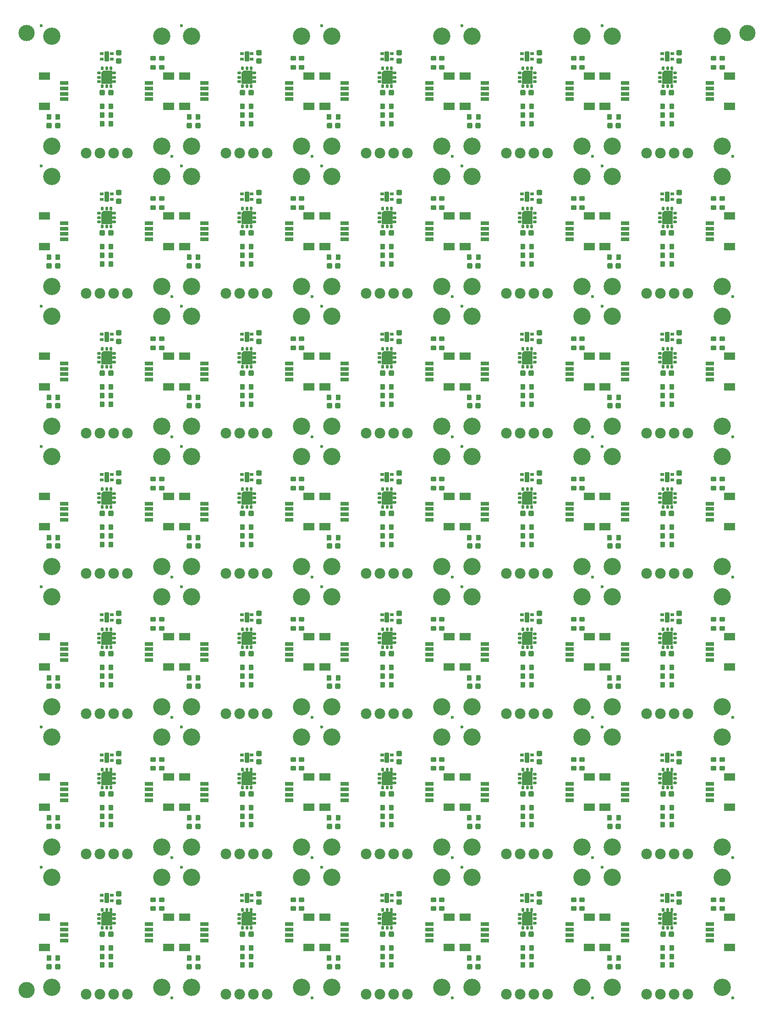
<source format=gts>
%TF.GenerationSoftware,KiCad,Pcbnew,9.0.2*%
%TF.CreationDate,2025-06-10T15:00:01-06:00*%
%TF.ProjectId,SparkFun_STC31_panelized,53706172-6b46-4756-9e5f-53544333315f,v10*%
%TF.SameCoordinates,Original*%
%TF.FileFunction,Soldermask,Top*%
%TF.FilePolarity,Negative*%
%FSLAX46Y46*%
G04 Gerber Fmt 4.6, Leading zero omitted, Abs format (unit mm)*
G04 Created by KiCad (PCBNEW 9.0.2) date 2025-06-10 15:00:01*
%MOMM*%
%LPD*%
G01*
G04 APERTURE LIST*
G04 Aperture macros list*
%AMRoundRect*
0 Rectangle with rounded corners*
0 $1 Rounding radius*
0 $2 $3 $4 $5 $6 $7 $8 $9 X,Y pos of 4 corners*
0 Add a 4 corners polygon primitive as box body*
4,1,4,$2,$3,$4,$5,$6,$7,$8,$9,$2,$3,0*
0 Add four circle primitives for the rounded corners*
1,1,$1+$1,$2,$3*
1,1,$1+$1,$4,$5*
1,1,$1+$1,$6,$7*
1,1,$1+$1,$8,$9*
0 Add four rect primitives between the rounded corners*
20,1,$1+$1,$2,$3,$4,$5,0*
20,1,$1+$1,$4,$5,$6,$7,0*
20,1,$1+$1,$6,$7,$8,$9,0*
20,1,$1+$1,$8,$9,$2,$3,0*%
G04 Aperture macros list end*
%ADD10C,0.000000*%
%ADD11RoundRect,0.243750X0.243750X0.281250X-0.243750X0.281250X-0.243750X-0.281250X0.243750X-0.281250X0*%
%ADD12C,3.000000*%
%ADD13C,0.600000*%
%ADD14RoundRect,0.225000X0.300000X-0.225000X0.300000X0.225000X-0.300000X0.225000X-0.300000X-0.225000X0*%
%ADD15C,3.200000*%
%ADD16RoundRect,0.250000X0.275000X-0.250000X0.275000X0.250000X-0.275000X0.250000X-0.275000X-0.250000X0*%
%ADD17RoundRect,0.101600X-0.250000X-0.150000X0.250000X-0.150000X0.250000X0.150000X-0.250000X0.150000X0*%
%ADD18RoundRect,0.101600X0.150000X-0.250000X0.150000X0.250000X-0.150000X0.250000X-0.150000X-0.250000X0*%
%ADD19RoundRect,0.101600X-0.150000X0.250000X-0.150000X-0.250000X0.150000X-0.250000X0.150000X0.250000X0*%
%ADD20RoundRect,0.050000X-0.675000X0.300000X-0.675000X-0.300000X0.675000X-0.300000X0.675000X0.300000X0*%
%ADD21RoundRect,0.050000X-1.000000X0.600000X-1.000000X-0.600000X1.000000X-0.600000X1.000000X0.600000X0*%
%ADD22RoundRect,0.225000X0.225000X0.300000X-0.225000X0.300000X-0.225000X-0.300000X0.225000X-0.300000X0*%
%ADD23C,1.979600*%
%ADD24RoundRect,0.101600X-0.275000X0.175000X-0.275000X-0.175000X0.275000X-0.175000X0.275000X0.175000X0*%
%ADD25RoundRect,0.101600X0.350000X-0.800000X0.350000X0.800000X-0.350000X0.800000X-0.350000X-0.800000X0*%
%ADD26RoundRect,0.050000X0.675000X-0.300000X0.675000X0.300000X-0.675000X0.300000X-0.675000X-0.300000X0*%
%ADD27RoundRect,0.050000X1.000000X-0.600000X1.000000X0.600000X-1.000000X0.600000X-1.000000X-0.600000X0*%
%ADD28RoundRect,0.250000X0.250000X0.275000X-0.250000X0.275000X-0.250000X-0.275000X0.250000X-0.275000X0*%
G04 APERTURE END LIST*
D10*
%TO.C,U3*%
G36*
X13725850Y13989950D02*
G01*
X11725750Y13989950D01*
X11725750Y16140021D01*
X12075779Y16490050D01*
X13725850Y16490050D01*
X13725850Y13989950D01*
G37*
G36*
X39625850Y143489950D02*
G01*
X37625750Y143489950D01*
X37625750Y145640021D01*
X37975779Y145990050D01*
X39625850Y145990050D01*
X39625850Y143489950D01*
G37*
G36*
X13725850Y39889950D02*
G01*
X11725750Y39889950D01*
X11725750Y42040021D01*
X12075779Y42390050D01*
X13725850Y42390050D01*
X13725850Y39889950D01*
G37*
G36*
X13725850Y65789950D02*
G01*
X11725750Y65789950D01*
X11725750Y67940021D01*
X12075779Y68290050D01*
X13725850Y68290050D01*
X13725850Y65789950D01*
G37*
G36*
X13725850Y91689950D02*
G01*
X11725750Y91689950D01*
X11725750Y93840021D01*
X12075779Y94190050D01*
X13725850Y94190050D01*
X13725850Y91689950D01*
G37*
G36*
X13725850Y117589950D02*
G01*
X11725750Y117589950D01*
X11725750Y119740021D01*
X12075779Y120090050D01*
X13725850Y120090050D01*
X13725850Y117589950D01*
G37*
G36*
X13725850Y143489950D02*
G01*
X11725750Y143489950D01*
X11725750Y145640021D01*
X12075779Y145990050D01*
X13725850Y145990050D01*
X13725850Y143489950D01*
G37*
G36*
X13725850Y169389950D02*
G01*
X11725750Y169389950D01*
X11725750Y171540021D01*
X12075779Y171890050D01*
X13725850Y171890050D01*
X13725850Y169389950D01*
G37*
G36*
X39625850Y13989950D02*
G01*
X37625750Y13989950D01*
X37625750Y16140021D01*
X37975779Y16490050D01*
X39625850Y16490050D01*
X39625850Y13989950D01*
G37*
G36*
X39625850Y39889950D02*
G01*
X37625750Y39889950D01*
X37625750Y42040021D01*
X37975779Y42390050D01*
X39625850Y42390050D01*
X39625850Y39889950D01*
G37*
G36*
X39625850Y65789950D02*
G01*
X37625750Y65789950D01*
X37625750Y67940021D01*
X37975779Y68290050D01*
X39625850Y68290050D01*
X39625850Y65789950D01*
G37*
G36*
X39625850Y91689950D02*
G01*
X37625750Y91689950D01*
X37625750Y93840021D01*
X37975779Y94190050D01*
X39625850Y94190050D01*
X39625850Y91689950D01*
G37*
G36*
X39625850Y117589950D02*
G01*
X37625750Y117589950D01*
X37625750Y119740021D01*
X37975779Y120090050D01*
X39625850Y120090050D01*
X39625850Y117589950D01*
G37*
G36*
X39625850Y169389950D02*
G01*
X37625750Y169389950D01*
X37625750Y171540021D01*
X37975779Y171890050D01*
X39625850Y171890050D01*
X39625850Y169389950D01*
G37*
G36*
X65525850Y13989950D02*
G01*
X63525750Y13989950D01*
X63525750Y16140021D01*
X63875779Y16490050D01*
X65525850Y16490050D01*
X65525850Y13989950D01*
G37*
G36*
X65525850Y39889950D02*
G01*
X63525750Y39889950D01*
X63525750Y42040021D01*
X63875779Y42390050D01*
X65525850Y42390050D01*
X65525850Y39889950D01*
G37*
G36*
X65525850Y65789950D02*
G01*
X63525750Y65789950D01*
X63525750Y67940021D01*
X63875779Y68290050D01*
X65525850Y68290050D01*
X65525850Y65789950D01*
G37*
G36*
X65525850Y91689950D02*
G01*
X63525750Y91689950D01*
X63525750Y93840021D01*
X63875779Y94190050D01*
X65525850Y94190050D01*
X65525850Y91689950D01*
G37*
G36*
X65525850Y117589950D02*
G01*
X63525750Y117589950D01*
X63525750Y119740021D01*
X63875779Y120090050D01*
X65525850Y120090050D01*
X65525850Y117589950D01*
G37*
G36*
X65525850Y143489950D02*
G01*
X63525750Y143489950D01*
X63525750Y145640021D01*
X63875779Y145990050D01*
X65525850Y145990050D01*
X65525850Y143489950D01*
G37*
G36*
X65525850Y169389950D02*
G01*
X63525750Y169389950D01*
X63525750Y171540021D01*
X63875779Y171890050D01*
X65525850Y171890050D01*
X65525850Y169389950D01*
G37*
G36*
X91425850Y13989950D02*
G01*
X89425750Y13989950D01*
X89425750Y16140021D01*
X89775779Y16490050D01*
X91425850Y16490050D01*
X91425850Y13989950D01*
G37*
G36*
X91425850Y39889950D02*
G01*
X89425750Y39889950D01*
X89425750Y42040021D01*
X89775779Y42390050D01*
X91425850Y42390050D01*
X91425850Y39889950D01*
G37*
G36*
X91425850Y65789950D02*
G01*
X89425750Y65789950D01*
X89425750Y67940021D01*
X89775779Y68290050D01*
X91425850Y68290050D01*
X91425850Y65789950D01*
G37*
G36*
X91425850Y91689950D02*
G01*
X89425750Y91689950D01*
X89425750Y93840021D01*
X89775779Y94190050D01*
X91425850Y94190050D01*
X91425850Y91689950D01*
G37*
G36*
X91425850Y117589950D02*
G01*
X89425750Y117589950D01*
X89425750Y119740021D01*
X89775779Y120090050D01*
X91425850Y120090050D01*
X91425850Y117589950D01*
G37*
G36*
X91425850Y143489950D02*
G01*
X89425750Y143489950D01*
X89425750Y145640021D01*
X89775779Y145990050D01*
X91425850Y145990050D01*
X91425850Y143489950D01*
G37*
G36*
X91425850Y169389950D02*
G01*
X89425750Y169389950D01*
X89425750Y171540021D01*
X89775779Y171890050D01*
X91425850Y171890050D01*
X91425850Y169389950D01*
G37*
G36*
X117325850Y13989950D02*
G01*
X115325750Y13989950D01*
X115325750Y16140021D01*
X115675779Y16490050D01*
X117325850Y16490050D01*
X117325850Y13989950D01*
G37*
G36*
X117325850Y39889950D02*
G01*
X115325750Y39889950D01*
X115325750Y42040021D01*
X115675779Y42390050D01*
X117325850Y42390050D01*
X117325850Y39889950D01*
G37*
G36*
X117325850Y65789950D02*
G01*
X115325750Y65789950D01*
X115325750Y67940021D01*
X115675779Y68290050D01*
X117325850Y68290050D01*
X117325850Y65789950D01*
G37*
G36*
X117325850Y91689950D02*
G01*
X115325750Y91689950D01*
X115325750Y93840021D01*
X115675779Y94190050D01*
X117325850Y94190050D01*
X117325850Y91689950D01*
G37*
G36*
X117325850Y117589950D02*
G01*
X115325750Y117589950D01*
X115325750Y119740021D01*
X115675779Y120090050D01*
X117325850Y120090050D01*
X117325850Y117589950D01*
G37*
G36*
X117325850Y143489950D02*
G01*
X115325750Y143489950D01*
X115325750Y145640021D01*
X115675779Y145990050D01*
X117325850Y145990050D01*
X117325850Y143489950D01*
G37*
G36*
X117325850Y169389950D02*
G01*
X115325750Y169389950D01*
X115325750Y171540021D01*
X115675779Y171890050D01*
X117325850Y171890050D01*
X117325850Y169389950D01*
G37*
%TD*%
D11*
%TO.C,D1*%
X3645000Y6350000D03*
X2070000Y6350000D03*
%TD*%
%TO.C,D1*%
X3645000Y32250000D03*
X2070000Y32250000D03*
%TD*%
%TO.C,D1*%
X3645000Y58150000D03*
X2070000Y58150000D03*
%TD*%
%TO.C,D1*%
X3645000Y84050000D03*
X2070000Y84050000D03*
%TD*%
%TO.C,D1*%
X3645000Y109950000D03*
X2070000Y109950000D03*
%TD*%
%TO.C,D1*%
X3645000Y135850000D03*
X2070000Y135850000D03*
%TD*%
%TO.C,D1*%
X3645000Y161750000D03*
X2070000Y161750000D03*
%TD*%
%TO.C,D1*%
X29545000Y6350000D03*
X27970000Y6350000D03*
%TD*%
%TO.C,D1*%
X29545000Y32250000D03*
X27970000Y32250000D03*
%TD*%
%TO.C,D1*%
X29545000Y58150000D03*
X27970000Y58150000D03*
%TD*%
%TO.C,D1*%
X29545000Y84050000D03*
X27970000Y84050000D03*
%TD*%
%TO.C,D1*%
X29545000Y109950000D03*
X27970000Y109950000D03*
%TD*%
%TO.C,D1*%
X29545000Y135850000D03*
X27970000Y135850000D03*
%TD*%
%TO.C,D1*%
X29545000Y161750000D03*
X27970000Y161750000D03*
%TD*%
%TO.C,D1*%
X55445000Y6350000D03*
X53870000Y6350000D03*
%TD*%
%TO.C,D1*%
X55445000Y32250000D03*
X53870000Y32250000D03*
%TD*%
%TO.C,D1*%
X55445000Y58150000D03*
X53870000Y58150000D03*
%TD*%
%TO.C,D1*%
X55445000Y84050000D03*
X53870000Y84050000D03*
%TD*%
%TO.C,D1*%
X55445000Y109950000D03*
X53870000Y109950000D03*
%TD*%
%TO.C,D1*%
X55445000Y135850000D03*
X53870000Y135850000D03*
%TD*%
%TO.C,D1*%
X55445000Y161750000D03*
X53870000Y161750000D03*
%TD*%
%TO.C,D1*%
X81345000Y6350000D03*
X79770000Y6350000D03*
%TD*%
%TO.C,D1*%
X81345000Y32250000D03*
X79770000Y32250000D03*
%TD*%
%TO.C,D1*%
X81345000Y58150000D03*
X79770000Y58150000D03*
%TD*%
%TO.C,D1*%
X81345000Y84050000D03*
X79770000Y84050000D03*
%TD*%
%TO.C,D1*%
X81345000Y109950000D03*
X79770000Y109950000D03*
%TD*%
%TO.C,D1*%
X81345000Y135850000D03*
X79770000Y135850000D03*
%TD*%
%TO.C,D1*%
X81345000Y161750000D03*
X79770000Y161750000D03*
%TD*%
%TO.C,D1*%
X107245000Y6350000D03*
X105670000Y6350000D03*
%TD*%
%TO.C,D1*%
X107245000Y32250000D03*
X105670000Y32250000D03*
%TD*%
%TO.C,D1*%
X107245000Y58150000D03*
X105670000Y58150000D03*
%TD*%
%TO.C,D1*%
X107245000Y84050000D03*
X105670000Y84050000D03*
%TD*%
%TO.C,D1*%
X107245000Y109950000D03*
X105670000Y109950000D03*
%TD*%
%TO.C,D1*%
X107245000Y135850000D03*
X105670000Y135850000D03*
%TD*%
%TO.C,D1*%
X107245000Y161750000D03*
X105670000Y161750000D03*
%TD*%
D12*
%TO.C,*%
X131087500Y178800000D03*
%TD*%
D13*
%TO.C,FID3*%
X635000Y24765000D03*
%TD*%
%TO.C,FID3*%
X104235000Y76565000D03*
%TD*%
%TO.C,FID3*%
X635000Y50665000D03*
%TD*%
%TO.C,FID3*%
X635000Y76565000D03*
%TD*%
%TO.C,FID3*%
X635000Y102465000D03*
%TD*%
%TO.C,FID3*%
X635000Y128365000D03*
%TD*%
%TO.C,FID3*%
X635000Y154265000D03*
%TD*%
%TO.C,FID3*%
X635000Y180165000D03*
%TD*%
%TO.C,FID3*%
X26535000Y24765000D03*
%TD*%
%TO.C,FID3*%
X26535000Y50665000D03*
%TD*%
%TO.C,FID3*%
X26535000Y76565000D03*
%TD*%
%TO.C,FID3*%
X26535000Y102465000D03*
%TD*%
%TO.C,FID3*%
X26535000Y128365000D03*
%TD*%
%TO.C,FID3*%
X26535000Y154265000D03*
%TD*%
%TO.C,FID3*%
X26535000Y180165000D03*
%TD*%
%TO.C,FID3*%
X52435000Y24765000D03*
%TD*%
%TO.C,FID3*%
X52435000Y50665000D03*
%TD*%
%TO.C,FID3*%
X52435000Y76565000D03*
%TD*%
%TO.C,FID3*%
X52435000Y102465000D03*
%TD*%
%TO.C,FID3*%
X52435000Y128365000D03*
%TD*%
%TO.C,FID3*%
X52435000Y154265000D03*
%TD*%
%TO.C,FID3*%
X52435000Y180165000D03*
%TD*%
%TO.C,FID3*%
X78335000Y24765000D03*
%TD*%
%TO.C,FID3*%
X78335000Y50665000D03*
%TD*%
%TO.C,FID3*%
X78335000Y76565000D03*
%TD*%
%TO.C,FID3*%
X78335000Y102465000D03*
%TD*%
%TO.C,FID3*%
X78335000Y128365000D03*
%TD*%
%TO.C,FID3*%
X78335000Y154265000D03*
%TD*%
%TO.C,FID3*%
X78335000Y180165000D03*
%TD*%
%TO.C,FID3*%
X104235000Y24765000D03*
%TD*%
%TO.C,FID3*%
X104235000Y50665000D03*
%TD*%
%TO.C,FID3*%
X104235000Y102465000D03*
%TD*%
%TO.C,FID3*%
X104235000Y128365000D03*
%TD*%
%TO.C,FID3*%
X104235000Y154265000D03*
%TD*%
%TO.C,FID3*%
X104235000Y180165000D03*
%TD*%
D12*
%TO.C,*%
X-2087500Y2000000D03*
%TD*%
D14*
%TO.C,R2*%
X21272500Y17082500D03*
X21272500Y18732500D03*
%TD*%
%TO.C,R2*%
X21272500Y42982500D03*
X21272500Y44632500D03*
%TD*%
%TO.C,R2*%
X21272500Y68882500D03*
X21272500Y70532500D03*
%TD*%
%TO.C,R2*%
X21272500Y94782500D03*
X21272500Y96432500D03*
%TD*%
%TO.C,R2*%
X21272500Y120682500D03*
X21272500Y122332500D03*
%TD*%
%TO.C,R2*%
X21272500Y146582500D03*
X21272500Y148232500D03*
%TD*%
%TO.C,R2*%
X21272500Y172482500D03*
X21272500Y174132500D03*
%TD*%
%TO.C,R2*%
X47172500Y17082500D03*
X47172500Y18732500D03*
%TD*%
%TO.C,R2*%
X47172500Y42982500D03*
X47172500Y44632500D03*
%TD*%
%TO.C,R2*%
X47172500Y68882500D03*
X47172500Y70532500D03*
%TD*%
%TO.C,R2*%
X47172500Y94782500D03*
X47172500Y96432500D03*
%TD*%
%TO.C,R2*%
X47172500Y120682500D03*
X47172500Y122332500D03*
%TD*%
%TO.C,R2*%
X47172500Y146582500D03*
X47172500Y148232500D03*
%TD*%
%TO.C,R2*%
X47172500Y172482500D03*
X47172500Y174132500D03*
%TD*%
%TO.C,R2*%
X73072500Y17082500D03*
X73072500Y18732500D03*
%TD*%
%TO.C,R2*%
X73072500Y42982500D03*
X73072500Y44632500D03*
%TD*%
%TO.C,R2*%
X73072500Y68882500D03*
X73072500Y70532500D03*
%TD*%
%TO.C,R2*%
X73072500Y94782500D03*
X73072500Y96432500D03*
%TD*%
%TO.C,R2*%
X73072500Y120682500D03*
X73072500Y122332500D03*
%TD*%
%TO.C,R2*%
X73072500Y146582500D03*
X73072500Y148232500D03*
%TD*%
%TO.C,R2*%
X73072500Y172482500D03*
X73072500Y174132500D03*
%TD*%
%TO.C,R2*%
X98972500Y17082500D03*
X98972500Y18732500D03*
%TD*%
%TO.C,R2*%
X98972500Y42982500D03*
X98972500Y44632500D03*
%TD*%
%TO.C,R2*%
X98972500Y68882500D03*
X98972500Y70532500D03*
%TD*%
%TO.C,R2*%
X98972500Y94782500D03*
X98972500Y96432500D03*
%TD*%
%TO.C,R2*%
X98972500Y120682500D03*
X98972500Y122332500D03*
%TD*%
%TO.C,R2*%
X98972500Y146582500D03*
X98972500Y148232500D03*
%TD*%
%TO.C,R2*%
X98972500Y172482500D03*
X98972500Y174132500D03*
%TD*%
%TO.C,R2*%
X124872500Y17082500D03*
X124872500Y18732500D03*
%TD*%
%TO.C,R2*%
X124872500Y42982500D03*
X124872500Y44632500D03*
%TD*%
%TO.C,R2*%
X124872500Y68882500D03*
X124872500Y70532500D03*
%TD*%
%TO.C,R2*%
X124872500Y94782500D03*
X124872500Y96432500D03*
%TD*%
%TO.C,R2*%
X124872500Y120682500D03*
X124872500Y122332500D03*
%TD*%
%TO.C,R2*%
X124872500Y146582500D03*
X124872500Y148232500D03*
%TD*%
%TO.C,R2*%
X124872500Y172482500D03*
X124872500Y174132500D03*
%TD*%
D15*
%TO.C,ST3*%
X22860000Y2540000D03*
%TD*%
%TO.C,ST3*%
X22860000Y28440000D03*
%TD*%
%TO.C,ST3*%
X22860000Y54340000D03*
%TD*%
%TO.C,ST3*%
X22860000Y80240000D03*
%TD*%
%TO.C,ST3*%
X22860000Y106140000D03*
%TD*%
%TO.C,ST3*%
X22860000Y132040000D03*
%TD*%
%TO.C,ST3*%
X22860000Y157940000D03*
%TD*%
%TO.C,ST3*%
X48760000Y2540000D03*
%TD*%
%TO.C,ST3*%
X48760000Y28440000D03*
%TD*%
%TO.C,ST3*%
X48760000Y54340000D03*
%TD*%
%TO.C,ST3*%
X48760000Y80240000D03*
%TD*%
%TO.C,ST3*%
X48760000Y106140000D03*
%TD*%
%TO.C,ST3*%
X48760000Y132040000D03*
%TD*%
%TO.C,ST3*%
X48760000Y157940000D03*
%TD*%
%TO.C,ST3*%
X74660000Y2540000D03*
%TD*%
%TO.C,ST3*%
X74660000Y28440000D03*
%TD*%
%TO.C,ST3*%
X74660000Y54340000D03*
%TD*%
%TO.C,ST3*%
X74660000Y80240000D03*
%TD*%
%TO.C,ST3*%
X74660000Y106140000D03*
%TD*%
%TO.C,ST3*%
X74660000Y132040000D03*
%TD*%
%TO.C,ST3*%
X74660000Y157940000D03*
%TD*%
%TO.C,ST3*%
X100560000Y2540000D03*
%TD*%
%TO.C,ST3*%
X100560000Y28440000D03*
%TD*%
%TO.C,ST3*%
X100560000Y54340000D03*
%TD*%
%TO.C,ST3*%
X100560000Y80240000D03*
%TD*%
%TO.C,ST3*%
X100560000Y106140000D03*
%TD*%
%TO.C,ST3*%
X100560000Y132040000D03*
%TD*%
%TO.C,ST3*%
X100560000Y157940000D03*
%TD*%
%TO.C,ST3*%
X126460000Y2540000D03*
%TD*%
%TO.C,ST3*%
X126460000Y28440000D03*
%TD*%
%TO.C,ST3*%
X126460000Y54340000D03*
%TD*%
%TO.C,ST3*%
X126460000Y80240000D03*
%TD*%
%TO.C,ST3*%
X126460000Y106140000D03*
%TD*%
%TO.C,ST3*%
X126460000Y132040000D03*
%TD*%
%TO.C,ST3*%
X126460000Y157940000D03*
%TD*%
D16*
%TO.C,C3*%
X14922500Y18275000D03*
X14922500Y19825000D03*
%TD*%
%TO.C,C3*%
X66722500Y70075000D03*
X66722500Y71625000D03*
%TD*%
%TO.C,C3*%
X14922500Y44175000D03*
X14922500Y45725000D03*
%TD*%
%TO.C,C3*%
X14922500Y70075000D03*
X14922500Y71625000D03*
%TD*%
%TO.C,C3*%
X14922500Y95975000D03*
X14922500Y97525000D03*
%TD*%
%TO.C,C3*%
X14922500Y121875000D03*
X14922500Y123425000D03*
%TD*%
%TO.C,C3*%
X14922500Y147775000D03*
X14922500Y149325000D03*
%TD*%
%TO.C,C3*%
X14922500Y173675000D03*
X14922500Y175225000D03*
%TD*%
%TO.C,C3*%
X40822500Y18275000D03*
X40822500Y19825000D03*
%TD*%
%TO.C,C3*%
X40822500Y44175000D03*
X40822500Y45725000D03*
%TD*%
%TO.C,C3*%
X40822500Y70075000D03*
X40822500Y71625000D03*
%TD*%
%TO.C,C3*%
X40822500Y95975000D03*
X40822500Y97525000D03*
%TD*%
%TO.C,C3*%
X40822500Y121875000D03*
X40822500Y123425000D03*
%TD*%
%TO.C,C3*%
X40822500Y147775000D03*
X40822500Y149325000D03*
%TD*%
%TO.C,C3*%
X40822500Y173675000D03*
X40822500Y175225000D03*
%TD*%
%TO.C,C3*%
X66722500Y18275000D03*
X66722500Y19825000D03*
%TD*%
%TO.C,C3*%
X66722500Y44175000D03*
X66722500Y45725000D03*
%TD*%
%TO.C,C3*%
X66722500Y95975000D03*
X66722500Y97525000D03*
%TD*%
%TO.C,C3*%
X66722500Y121875000D03*
X66722500Y123425000D03*
%TD*%
%TO.C,C3*%
X66722500Y147775000D03*
X66722500Y149325000D03*
%TD*%
%TO.C,C3*%
X66722500Y173675000D03*
X66722500Y175225000D03*
%TD*%
%TO.C,C3*%
X92622500Y18275000D03*
X92622500Y19825000D03*
%TD*%
%TO.C,C3*%
X92622500Y44175000D03*
X92622500Y45725000D03*
%TD*%
%TO.C,C3*%
X92622500Y70075000D03*
X92622500Y71625000D03*
%TD*%
%TO.C,C3*%
X92622500Y95975000D03*
X92622500Y97525000D03*
%TD*%
%TO.C,C3*%
X92622500Y121875000D03*
X92622500Y123425000D03*
%TD*%
%TO.C,C3*%
X92622500Y147775000D03*
X92622500Y149325000D03*
%TD*%
%TO.C,C3*%
X92622500Y173675000D03*
X92622500Y175225000D03*
%TD*%
%TO.C,C3*%
X118522500Y18275000D03*
X118522500Y19825000D03*
%TD*%
%TO.C,C3*%
X118522500Y44175000D03*
X118522500Y45725000D03*
%TD*%
%TO.C,C3*%
X118522500Y70075000D03*
X118522500Y71625000D03*
%TD*%
%TO.C,C3*%
X118522500Y95975000D03*
X118522500Y97525000D03*
%TD*%
%TO.C,C3*%
X118522500Y121875000D03*
X118522500Y123425000D03*
%TD*%
%TO.C,C3*%
X118522500Y147775000D03*
X118522500Y149325000D03*
%TD*%
%TO.C,C3*%
X118522500Y173675000D03*
X118522500Y175225000D03*
%TD*%
D13*
%TO.C,FID4*%
X24765000Y635000D03*
%TD*%
%TO.C,FID4*%
X24765000Y26535000D03*
%TD*%
%TO.C,FID4*%
X24765000Y52435000D03*
%TD*%
%TO.C,FID4*%
X24765000Y78335000D03*
%TD*%
%TO.C,FID4*%
X24765000Y104235000D03*
%TD*%
%TO.C,FID4*%
X24765000Y130135000D03*
%TD*%
%TO.C,FID4*%
X24765000Y156035000D03*
%TD*%
%TO.C,FID4*%
X50665000Y635000D03*
%TD*%
%TO.C,FID4*%
X50665000Y26535000D03*
%TD*%
%TO.C,FID4*%
X50665000Y52435000D03*
%TD*%
%TO.C,FID4*%
X50665000Y78335000D03*
%TD*%
%TO.C,FID4*%
X50665000Y104235000D03*
%TD*%
%TO.C,FID4*%
X50665000Y130135000D03*
%TD*%
%TO.C,FID4*%
X50665000Y156035000D03*
%TD*%
%TO.C,FID4*%
X76565000Y635000D03*
%TD*%
%TO.C,FID4*%
X76565000Y26535000D03*
%TD*%
%TO.C,FID4*%
X76565000Y52435000D03*
%TD*%
%TO.C,FID4*%
X76565000Y78335000D03*
%TD*%
%TO.C,FID4*%
X76565000Y104235000D03*
%TD*%
%TO.C,FID4*%
X76565000Y130135000D03*
%TD*%
%TO.C,FID4*%
X76565000Y156035000D03*
%TD*%
%TO.C,FID4*%
X102465000Y635000D03*
%TD*%
%TO.C,FID4*%
X102465000Y26535000D03*
%TD*%
%TO.C,FID4*%
X102465000Y52435000D03*
%TD*%
%TO.C,FID4*%
X102465000Y78335000D03*
%TD*%
%TO.C,FID4*%
X102465000Y104235000D03*
%TD*%
%TO.C,FID4*%
X102465000Y130135000D03*
%TD*%
%TO.C,FID4*%
X102465000Y156035000D03*
%TD*%
%TO.C,FID4*%
X128365000Y635000D03*
%TD*%
%TO.C,FID4*%
X128365000Y26535000D03*
%TD*%
%TO.C,FID4*%
X128365000Y52435000D03*
%TD*%
%TO.C,FID4*%
X128365000Y78335000D03*
%TD*%
%TO.C,FID4*%
X128365000Y104235000D03*
%TD*%
%TO.C,FID4*%
X128365000Y130135000D03*
%TD*%
%TO.C,FID4*%
X128365000Y156035000D03*
%TD*%
D17*
%TO.C,U3*%
X11325800Y16040000D03*
X11325800Y15240000D03*
X11325800Y14440000D03*
D18*
X11925800Y13590000D03*
X12725800Y13590000D03*
X13525800Y13590000D03*
D17*
X14125800Y14440000D03*
X14125800Y15240000D03*
X14125800Y16040000D03*
D19*
X13525800Y16890000D03*
X12725800Y16890000D03*
X11925800Y16890000D03*
%TD*%
D17*
%TO.C,U3*%
X37225800Y145540000D03*
X37225800Y144740000D03*
X37225800Y143940000D03*
D18*
X37825800Y143090000D03*
X38625800Y143090000D03*
X39425800Y143090000D03*
D17*
X40025800Y143940000D03*
X40025800Y144740000D03*
X40025800Y145540000D03*
D19*
X39425800Y146390000D03*
X38625800Y146390000D03*
X37825800Y146390000D03*
%TD*%
D17*
%TO.C,U3*%
X11325800Y41940000D03*
X11325800Y41140000D03*
X11325800Y40340000D03*
D18*
X11925800Y39490000D03*
X12725800Y39490000D03*
X13525800Y39490000D03*
D17*
X14125800Y40340000D03*
X14125800Y41140000D03*
X14125800Y41940000D03*
D19*
X13525800Y42790000D03*
X12725800Y42790000D03*
X11925800Y42790000D03*
%TD*%
D17*
%TO.C,U3*%
X11325800Y67840000D03*
X11325800Y67040000D03*
X11325800Y66240000D03*
D18*
X11925800Y65390000D03*
X12725800Y65390000D03*
X13525800Y65390000D03*
D17*
X14125800Y66240000D03*
X14125800Y67040000D03*
X14125800Y67840000D03*
D19*
X13525800Y68690000D03*
X12725800Y68690000D03*
X11925800Y68690000D03*
%TD*%
D17*
%TO.C,U3*%
X11325800Y93740000D03*
X11325800Y92940000D03*
X11325800Y92140000D03*
D18*
X11925800Y91290000D03*
X12725800Y91290000D03*
X13525800Y91290000D03*
D17*
X14125800Y92140000D03*
X14125800Y92940000D03*
X14125800Y93740000D03*
D19*
X13525800Y94590000D03*
X12725800Y94590000D03*
X11925800Y94590000D03*
%TD*%
D17*
%TO.C,U3*%
X11325800Y119640000D03*
X11325800Y118840000D03*
X11325800Y118040000D03*
D18*
X11925800Y117190000D03*
X12725800Y117190000D03*
X13525800Y117190000D03*
D17*
X14125800Y118040000D03*
X14125800Y118840000D03*
X14125800Y119640000D03*
D19*
X13525800Y120490000D03*
X12725800Y120490000D03*
X11925800Y120490000D03*
%TD*%
D17*
%TO.C,U3*%
X11325800Y145540000D03*
X11325800Y144740000D03*
X11325800Y143940000D03*
D18*
X11925800Y143090000D03*
X12725800Y143090000D03*
X13525800Y143090000D03*
D17*
X14125800Y143940000D03*
X14125800Y144740000D03*
X14125800Y145540000D03*
D19*
X13525800Y146390000D03*
X12725800Y146390000D03*
X11925800Y146390000D03*
%TD*%
D17*
%TO.C,U3*%
X11325800Y171440000D03*
X11325800Y170640000D03*
X11325800Y169840000D03*
D18*
X11925800Y168990000D03*
X12725800Y168990000D03*
X13525800Y168990000D03*
D17*
X14125800Y169840000D03*
X14125800Y170640000D03*
X14125800Y171440000D03*
D19*
X13525800Y172290000D03*
X12725800Y172290000D03*
X11925800Y172290000D03*
%TD*%
D17*
%TO.C,U3*%
X37225800Y16040000D03*
X37225800Y15240000D03*
X37225800Y14440000D03*
D18*
X37825800Y13590000D03*
X38625800Y13590000D03*
X39425800Y13590000D03*
D17*
X40025800Y14440000D03*
X40025800Y15240000D03*
X40025800Y16040000D03*
D19*
X39425800Y16890000D03*
X38625800Y16890000D03*
X37825800Y16890000D03*
%TD*%
D17*
%TO.C,U3*%
X37225800Y41940000D03*
X37225800Y41140000D03*
X37225800Y40340000D03*
D18*
X37825800Y39490000D03*
X38625800Y39490000D03*
X39425800Y39490000D03*
D17*
X40025800Y40340000D03*
X40025800Y41140000D03*
X40025800Y41940000D03*
D19*
X39425800Y42790000D03*
X38625800Y42790000D03*
X37825800Y42790000D03*
%TD*%
D17*
%TO.C,U3*%
X37225800Y67840000D03*
X37225800Y67040000D03*
X37225800Y66240000D03*
D18*
X37825800Y65390000D03*
X38625800Y65390000D03*
X39425800Y65390000D03*
D17*
X40025800Y66240000D03*
X40025800Y67040000D03*
X40025800Y67840000D03*
D19*
X39425800Y68690000D03*
X38625800Y68690000D03*
X37825800Y68690000D03*
%TD*%
D17*
%TO.C,U3*%
X37225800Y93740000D03*
X37225800Y92940000D03*
X37225800Y92140000D03*
D18*
X37825800Y91290000D03*
X38625800Y91290000D03*
X39425800Y91290000D03*
D17*
X40025800Y92140000D03*
X40025800Y92940000D03*
X40025800Y93740000D03*
D19*
X39425800Y94590000D03*
X38625800Y94590000D03*
X37825800Y94590000D03*
%TD*%
D17*
%TO.C,U3*%
X37225800Y119640000D03*
X37225800Y118840000D03*
X37225800Y118040000D03*
D18*
X37825800Y117190000D03*
X38625800Y117190000D03*
X39425800Y117190000D03*
D17*
X40025800Y118040000D03*
X40025800Y118840000D03*
X40025800Y119640000D03*
D19*
X39425800Y120490000D03*
X38625800Y120490000D03*
X37825800Y120490000D03*
%TD*%
D17*
%TO.C,U3*%
X37225800Y171440000D03*
X37225800Y170640000D03*
X37225800Y169840000D03*
D18*
X37825800Y168990000D03*
X38625800Y168990000D03*
X39425800Y168990000D03*
D17*
X40025800Y169840000D03*
X40025800Y170640000D03*
X40025800Y171440000D03*
D19*
X39425800Y172290000D03*
X38625800Y172290000D03*
X37825800Y172290000D03*
%TD*%
D17*
%TO.C,U3*%
X63125800Y16040000D03*
X63125800Y15240000D03*
X63125800Y14440000D03*
D18*
X63725800Y13590000D03*
X64525800Y13590000D03*
X65325800Y13590000D03*
D17*
X65925800Y14440000D03*
X65925800Y15240000D03*
X65925800Y16040000D03*
D19*
X65325800Y16890000D03*
X64525800Y16890000D03*
X63725800Y16890000D03*
%TD*%
D17*
%TO.C,U3*%
X63125800Y41940000D03*
X63125800Y41140000D03*
X63125800Y40340000D03*
D18*
X63725800Y39490000D03*
X64525800Y39490000D03*
X65325800Y39490000D03*
D17*
X65925800Y40340000D03*
X65925800Y41140000D03*
X65925800Y41940000D03*
D19*
X65325800Y42790000D03*
X64525800Y42790000D03*
X63725800Y42790000D03*
%TD*%
D17*
%TO.C,U3*%
X63125800Y67840000D03*
X63125800Y67040000D03*
X63125800Y66240000D03*
D18*
X63725800Y65390000D03*
X64525800Y65390000D03*
X65325800Y65390000D03*
D17*
X65925800Y66240000D03*
X65925800Y67040000D03*
X65925800Y67840000D03*
D19*
X65325800Y68690000D03*
X64525800Y68690000D03*
X63725800Y68690000D03*
%TD*%
D17*
%TO.C,U3*%
X63125800Y93740000D03*
X63125800Y92940000D03*
X63125800Y92140000D03*
D18*
X63725800Y91290000D03*
X64525800Y91290000D03*
X65325800Y91290000D03*
D17*
X65925800Y92140000D03*
X65925800Y92940000D03*
X65925800Y93740000D03*
D19*
X65325800Y94590000D03*
X64525800Y94590000D03*
X63725800Y94590000D03*
%TD*%
D17*
%TO.C,U3*%
X63125800Y119640000D03*
X63125800Y118840000D03*
X63125800Y118040000D03*
D18*
X63725800Y117190000D03*
X64525800Y117190000D03*
X65325800Y117190000D03*
D17*
X65925800Y118040000D03*
X65925800Y118840000D03*
X65925800Y119640000D03*
D19*
X65325800Y120490000D03*
X64525800Y120490000D03*
X63725800Y120490000D03*
%TD*%
D17*
%TO.C,U3*%
X63125800Y145540000D03*
X63125800Y144740000D03*
X63125800Y143940000D03*
D18*
X63725800Y143090000D03*
X64525800Y143090000D03*
X65325800Y143090000D03*
D17*
X65925800Y143940000D03*
X65925800Y144740000D03*
X65925800Y145540000D03*
D19*
X65325800Y146390000D03*
X64525800Y146390000D03*
X63725800Y146390000D03*
%TD*%
D17*
%TO.C,U3*%
X63125800Y171440000D03*
X63125800Y170640000D03*
X63125800Y169840000D03*
D18*
X63725800Y168990000D03*
X64525800Y168990000D03*
X65325800Y168990000D03*
D17*
X65925800Y169840000D03*
X65925800Y170640000D03*
X65925800Y171440000D03*
D19*
X65325800Y172290000D03*
X64525800Y172290000D03*
X63725800Y172290000D03*
%TD*%
D17*
%TO.C,U3*%
X89025800Y16040000D03*
X89025800Y15240000D03*
X89025800Y14440000D03*
D18*
X89625800Y13590000D03*
X90425800Y13590000D03*
X91225800Y13590000D03*
D17*
X91825800Y14440000D03*
X91825800Y15240000D03*
X91825800Y16040000D03*
D19*
X91225800Y16890000D03*
X90425800Y16890000D03*
X89625800Y16890000D03*
%TD*%
D17*
%TO.C,U3*%
X89025800Y41940000D03*
X89025800Y41140000D03*
X89025800Y40340000D03*
D18*
X89625800Y39490000D03*
X90425800Y39490000D03*
X91225800Y39490000D03*
D17*
X91825800Y40340000D03*
X91825800Y41140000D03*
X91825800Y41940000D03*
D19*
X91225800Y42790000D03*
X90425800Y42790000D03*
X89625800Y42790000D03*
%TD*%
D17*
%TO.C,U3*%
X89025800Y67840000D03*
X89025800Y67040000D03*
X89025800Y66240000D03*
D18*
X89625800Y65390000D03*
X90425800Y65390000D03*
X91225800Y65390000D03*
D17*
X91825800Y66240000D03*
X91825800Y67040000D03*
X91825800Y67840000D03*
D19*
X91225800Y68690000D03*
X90425800Y68690000D03*
X89625800Y68690000D03*
%TD*%
D17*
%TO.C,U3*%
X89025800Y93740000D03*
X89025800Y92940000D03*
X89025800Y92140000D03*
D18*
X89625800Y91290000D03*
X90425800Y91290000D03*
X91225800Y91290000D03*
D17*
X91825800Y92140000D03*
X91825800Y92940000D03*
X91825800Y93740000D03*
D19*
X91225800Y94590000D03*
X90425800Y94590000D03*
X89625800Y94590000D03*
%TD*%
D17*
%TO.C,U3*%
X89025800Y119640000D03*
X89025800Y118840000D03*
X89025800Y118040000D03*
D18*
X89625800Y117190000D03*
X90425800Y117190000D03*
X91225800Y117190000D03*
D17*
X91825800Y118040000D03*
X91825800Y118840000D03*
X91825800Y119640000D03*
D19*
X91225800Y120490000D03*
X90425800Y120490000D03*
X89625800Y120490000D03*
%TD*%
D17*
%TO.C,U3*%
X89025800Y145540000D03*
X89025800Y144740000D03*
X89025800Y143940000D03*
D18*
X89625800Y143090000D03*
X90425800Y143090000D03*
X91225800Y143090000D03*
D17*
X91825800Y143940000D03*
X91825800Y144740000D03*
X91825800Y145540000D03*
D19*
X91225800Y146390000D03*
X90425800Y146390000D03*
X89625800Y146390000D03*
%TD*%
D17*
%TO.C,U3*%
X89025800Y171440000D03*
X89025800Y170640000D03*
X89025800Y169840000D03*
D18*
X89625800Y168990000D03*
X90425800Y168990000D03*
X91225800Y168990000D03*
D17*
X91825800Y169840000D03*
X91825800Y170640000D03*
X91825800Y171440000D03*
D19*
X91225800Y172290000D03*
X90425800Y172290000D03*
X89625800Y172290000D03*
%TD*%
D17*
%TO.C,U3*%
X114925800Y16040000D03*
X114925800Y15240000D03*
X114925800Y14440000D03*
D18*
X115525800Y13590000D03*
X116325800Y13590000D03*
X117125800Y13590000D03*
D17*
X117725800Y14440000D03*
X117725800Y15240000D03*
X117725800Y16040000D03*
D19*
X117125800Y16890000D03*
X116325800Y16890000D03*
X115525800Y16890000D03*
%TD*%
D17*
%TO.C,U3*%
X114925800Y41940000D03*
X114925800Y41140000D03*
X114925800Y40340000D03*
D18*
X115525800Y39490000D03*
X116325800Y39490000D03*
X117125800Y39490000D03*
D17*
X117725800Y40340000D03*
X117725800Y41140000D03*
X117725800Y41940000D03*
D19*
X117125800Y42790000D03*
X116325800Y42790000D03*
X115525800Y42790000D03*
%TD*%
D17*
%TO.C,U3*%
X114925800Y67840000D03*
X114925800Y67040000D03*
X114925800Y66240000D03*
D18*
X115525800Y65390000D03*
X116325800Y65390000D03*
X117125800Y65390000D03*
D17*
X117725800Y66240000D03*
X117725800Y67040000D03*
X117725800Y67840000D03*
D19*
X117125800Y68690000D03*
X116325800Y68690000D03*
X115525800Y68690000D03*
%TD*%
D17*
%TO.C,U3*%
X114925800Y93740000D03*
X114925800Y92940000D03*
X114925800Y92140000D03*
D18*
X115525800Y91290000D03*
X116325800Y91290000D03*
X117125800Y91290000D03*
D17*
X117725800Y92140000D03*
X117725800Y92940000D03*
X117725800Y93740000D03*
D19*
X117125800Y94590000D03*
X116325800Y94590000D03*
X115525800Y94590000D03*
%TD*%
D17*
%TO.C,U3*%
X114925800Y119640000D03*
X114925800Y118840000D03*
X114925800Y118040000D03*
D18*
X115525800Y117190000D03*
X116325800Y117190000D03*
X117125800Y117190000D03*
D17*
X117725800Y118040000D03*
X117725800Y118840000D03*
X117725800Y119640000D03*
D19*
X117125800Y120490000D03*
X116325800Y120490000D03*
X115525800Y120490000D03*
%TD*%
D17*
%TO.C,U3*%
X114925800Y145540000D03*
X114925800Y144740000D03*
X114925800Y143940000D03*
D18*
X115525800Y143090000D03*
X116325800Y143090000D03*
X117125800Y143090000D03*
D17*
X117725800Y143940000D03*
X117725800Y144740000D03*
X117725800Y145540000D03*
D19*
X117125800Y146390000D03*
X116325800Y146390000D03*
X115525800Y146390000D03*
%TD*%
D17*
%TO.C,U3*%
X114925800Y171440000D03*
X114925800Y170640000D03*
X114925800Y169840000D03*
D18*
X115525800Y168990000D03*
X116325800Y168990000D03*
X117125800Y168990000D03*
D17*
X117725800Y169840000D03*
X117725800Y170640000D03*
X117725800Y171440000D03*
D19*
X117125800Y172290000D03*
X116325800Y172290000D03*
X115525800Y172290000D03*
%TD*%
D14*
%TO.C,R3*%
X22860000Y17082500D03*
X22860000Y18732500D03*
%TD*%
%TO.C,R3*%
X22860000Y42982500D03*
X22860000Y44632500D03*
%TD*%
%TO.C,R3*%
X22860000Y68882500D03*
X22860000Y70532500D03*
%TD*%
%TO.C,R3*%
X22860000Y94782500D03*
X22860000Y96432500D03*
%TD*%
%TO.C,R3*%
X22860000Y120682500D03*
X22860000Y122332500D03*
%TD*%
%TO.C,R3*%
X22860000Y146582500D03*
X22860000Y148232500D03*
%TD*%
%TO.C,R3*%
X22860000Y172482500D03*
X22860000Y174132500D03*
%TD*%
%TO.C,R3*%
X48760000Y17082500D03*
X48760000Y18732500D03*
%TD*%
%TO.C,R3*%
X48760000Y42982500D03*
X48760000Y44632500D03*
%TD*%
%TO.C,R3*%
X48760000Y68882500D03*
X48760000Y70532500D03*
%TD*%
%TO.C,R3*%
X48760000Y94782500D03*
X48760000Y96432500D03*
%TD*%
%TO.C,R3*%
X48760000Y120682500D03*
X48760000Y122332500D03*
%TD*%
%TO.C,R3*%
X48760000Y146582500D03*
X48760000Y148232500D03*
%TD*%
%TO.C,R3*%
X48760000Y172482500D03*
X48760000Y174132500D03*
%TD*%
%TO.C,R3*%
X74660000Y17082500D03*
X74660000Y18732500D03*
%TD*%
%TO.C,R3*%
X74660000Y42982500D03*
X74660000Y44632500D03*
%TD*%
%TO.C,R3*%
X74660000Y68882500D03*
X74660000Y70532500D03*
%TD*%
%TO.C,R3*%
X74660000Y94782500D03*
X74660000Y96432500D03*
%TD*%
%TO.C,R3*%
X74660000Y120682500D03*
X74660000Y122332500D03*
%TD*%
%TO.C,R3*%
X74660000Y146582500D03*
X74660000Y148232500D03*
%TD*%
%TO.C,R3*%
X74660000Y172482500D03*
X74660000Y174132500D03*
%TD*%
%TO.C,R3*%
X100560000Y17082500D03*
X100560000Y18732500D03*
%TD*%
%TO.C,R3*%
X100560000Y42982500D03*
X100560000Y44632500D03*
%TD*%
%TO.C,R3*%
X100560000Y68882500D03*
X100560000Y70532500D03*
%TD*%
%TO.C,R3*%
X100560000Y94782500D03*
X100560000Y96432500D03*
%TD*%
%TO.C,R3*%
X100560000Y120682500D03*
X100560000Y122332500D03*
%TD*%
%TO.C,R3*%
X100560000Y146582500D03*
X100560000Y148232500D03*
%TD*%
%TO.C,R3*%
X100560000Y172482500D03*
X100560000Y174132500D03*
%TD*%
%TO.C,R3*%
X126460000Y17082500D03*
X126460000Y18732500D03*
%TD*%
%TO.C,R3*%
X126460000Y42982500D03*
X126460000Y44632500D03*
%TD*%
%TO.C,R3*%
X126460000Y68882500D03*
X126460000Y70532500D03*
%TD*%
%TO.C,R3*%
X126460000Y94782500D03*
X126460000Y96432500D03*
%TD*%
%TO.C,R3*%
X126460000Y120682500D03*
X126460000Y122332500D03*
%TD*%
%TO.C,R3*%
X126460000Y146582500D03*
X126460000Y148232500D03*
%TD*%
%TO.C,R3*%
X126460000Y172482500D03*
X126460000Y174132500D03*
%TD*%
D20*
%TO.C,J5*%
X4882500Y14200000D03*
X4882500Y13200000D03*
X4882500Y12200000D03*
X4882500Y11200000D03*
D21*
X1207500Y9900000D03*
X1207500Y15500000D03*
%TD*%
D20*
%TO.C,J5*%
X56682500Y66000000D03*
X56682500Y65000000D03*
X56682500Y64000000D03*
X56682500Y63000000D03*
D21*
X53007500Y61700000D03*
X53007500Y67300000D03*
%TD*%
D20*
%TO.C,J5*%
X4882500Y40100000D03*
X4882500Y39100000D03*
X4882500Y38100000D03*
X4882500Y37100000D03*
D21*
X1207500Y35800000D03*
X1207500Y41400000D03*
%TD*%
D20*
%TO.C,J5*%
X4882500Y66000000D03*
X4882500Y65000000D03*
X4882500Y64000000D03*
X4882500Y63000000D03*
D21*
X1207500Y61700000D03*
X1207500Y67300000D03*
%TD*%
D20*
%TO.C,J5*%
X4882500Y91900000D03*
X4882500Y90900000D03*
X4882500Y89900000D03*
X4882500Y88900000D03*
D21*
X1207500Y87600000D03*
X1207500Y93200000D03*
%TD*%
D20*
%TO.C,J5*%
X4882500Y117800000D03*
X4882500Y116800000D03*
X4882500Y115800000D03*
X4882500Y114800000D03*
D21*
X1207500Y113500000D03*
X1207500Y119100000D03*
%TD*%
D20*
%TO.C,J5*%
X4882500Y143700000D03*
X4882500Y142700000D03*
X4882500Y141700000D03*
X4882500Y140700000D03*
D21*
X1207500Y139400000D03*
X1207500Y145000000D03*
%TD*%
D20*
%TO.C,J5*%
X4882500Y169600000D03*
X4882500Y168600000D03*
X4882500Y167600000D03*
X4882500Y166600000D03*
D21*
X1207500Y165300000D03*
X1207500Y170900000D03*
%TD*%
D20*
%TO.C,J5*%
X30782500Y14200000D03*
X30782500Y13200000D03*
X30782500Y12200000D03*
X30782500Y11200000D03*
D21*
X27107500Y9900000D03*
X27107500Y15500000D03*
%TD*%
D20*
%TO.C,J5*%
X30782500Y40100000D03*
X30782500Y39100000D03*
X30782500Y38100000D03*
X30782500Y37100000D03*
D21*
X27107500Y35800000D03*
X27107500Y41400000D03*
%TD*%
D20*
%TO.C,J5*%
X30782500Y66000000D03*
X30782500Y65000000D03*
X30782500Y64000000D03*
X30782500Y63000000D03*
D21*
X27107500Y61700000D03*
X27107500Y67300000D03*
%TD*%
D20*
%TO.C,J5*%
X30782500Y91900000D03*
X30782500Y90900000D03*
X30782500Y89900000D03*
X30782500Y88900000D03*
D21*
X27107500Y87600000D03*
X27107500Y93200000D03*
%TD*%
D20*
%TO.C,J5*%
X30782500Y117800000D03*
X30782500Y116800000D03*
X30782500Y115800000D03*
X30782500Y114800000D03*
D21*
X27107500Y113500000D03*
X27107500Y119100000D03*
%TD*%
D20*
%TO.C,J5*%
X30782500Y143700000D03*
X30782500Y142700000D03*
X30782500Y141700000D03*
X30782500Y140700000D03*
D21*
X27107500Y139400000D03*
X27107500Y145000000D03*
%TD*%
D20*
%TO.C,J5*%
X30782500Y169600000D03*
X30782500Y168600000D03*
X30782500Y167600000D03*
X30782500Y166600000D03*
D21*
X27107500Y165300000D03*
X27107500Y170900000D03*
%TD*%
D20*
%TO.C,J5*%
X56682500Y14200000D03*
X56682500Y13200000D03*
X56682500Y12200000D03*
X56682500Y11200000D03*
D21*
X53007500Y9900000D03*
X53007500Y15500000D03*
%TD*%
D20*
%TO.C,J5*%
X56682500Y40100000D03*
X56682500Y39100000D03*
X56682500Y38100000D03*
X56682500Y37100000D03*
D21*
X53007500Y35800000D03*
X53007500Y41400000D03*
%TD*%
D20*
%TO.C,J5*%
X56682500Y91900000D03*
X56682500Y90900000D03*
X56682500Y89900000D03*
X56682500Y88900000D03*
D21*
X53007500Y87600000D03*
X53007500Y93200000D03*
%TD*%
D20*
%TO.C,J5*%
X56682500Y117800000D03*
X56682500Y116800000D03*
X56682500Y115800000D03*
X56682500Y114800000D03*
D21*
X53007500Y113500000D03*
X53007500Y119100000D03*
%TD*%
D20*
%TO.C,J5*%
X56682500Y143700000D03*
X56682500Y142700000D03*
X56682500Y141700000D03*
X56682500Y140700000D03*
D21*
X53007500Y139400000D03*
X53007500Y145000000D03*
%TD*%
D20*
%TO.C,J5*%
X56682500Y169600000D03*
X56682500Y168600000D03*
X56682500Y167600000D03*
X56682500Y166600000D03*
D21*
X53007500Y165300000D03*
X53007500Y170900000D03*
%TD*%
D20*
%TO.C,J5*%
X82582500Y14200000D03*
X82582500Y13200000D03*
X82582500Y12200000D03*
X82582500Y11200000D03*
D21*
X78907500Y9900000D03*
X78907500Y15500000D03*
%TD*%
D20*
%TO.C,J5*%
X82582500Y40100000D03*
X82582500Y39100000D03*
X82582500Y38100000D03*
X82582500Y37100000D03*
D21*
X78907500Y35800000D03*
X78907500Y41400000D03*
%TD*%
D20*
%TO.C,J5*%
X82582500Y66000000D03*
X82582500Y65000000D03*
X82582500Y64000000D03*
X82582500Y63000000D03*
D21*
X78907500Y61700000D03*
X78907500Y67300000D03*
%TD*%
D20*
%TO.C,J5*%
X82582500Y91900000D03*
X82582500Y90900000D03*
X82582500Y89900000D03*
X82582500Y88900000D03*
D21*
X78907500Y87600000D03*
X78907500Y93200000D03*
%TD*%
D20*
%TO.C,J5*%
X82582500Y117800000D03*
X82582500Y116800000D03*
X82582500Y115800000D03*
X82582500Y114800000D03*
D21*
X78907500Y113500000D03*
X78907500Y119100000D03*
%TD*%
D20*
%TO.C,J5*%
X82582500Y143700000D03*
X82582500Y142700000D03*
X82582500Y141700000D03*
X82582500Y140700000D03*
D21*
X78907500Y139400000D03*
X78907500Y145000000D03*
%TD*%
D20*
%TO.C,J5*%
X82582500Y169600000D03*
X82582500Y168600000D03*
X82582500Y167600000D03*
X82582500Y166600000D03*
D21*
X78907500Y165300000D03*
X78907500Y170900000D03*
%TD*%
D20*
%TO.C,J5*%
X108482500Y14200000D03*
X108482500Y13200000D03*
X108482500Y12200000D03*
X108482500Y11200000D03*
D21*
X104807500Y9900000D03*
X104807500Y15500000D03*
%TD*%
D20*
%TO.C,J5*%
X108482500Y40100000D03*
X108482500Y39100000D03*
X108482500Y38100000D03*
X108482500Y37100000D03*
D21*
X104807500Y35800000D03*
X104807500Y41400000D03*
%TD*%
D20*
%TO.C,J5*%
X108482500Y66000000D03*
X108482500Y65000000D03*
X108482500Y64000000D03*
X108482500Y63000000D03*
D21*
X104807500Y61700000D03*
X104807500Y67300000D03*
%TD*%
D20*
%TO.C,J5*%
X108482500Y91900000D03*
X108482500Y90900000D03*
X108482500Y89900000D03*
X108482500Y88900000D03*
D21*
X104807500Y87600000D03*
X104807500Y93200000D03*
%TD*%
D20*
%TO.C,J5*%
X108482500Y117800000D03*
X108482500Y116800000D03*
X108482500Y115800000D03*
X108482500Y114800000D03*
D21*
X104807500Y113500000D03*
X104807500Y119100000D03*
%TD*%
D20*
%TO.C,J5*%
X108482500Y143700000D03*
X108482500Y142700000D03*
X108482500Y141700000D03*
X108482500Y140700000D03*
D21*
X104807500Y139400000D03*
X104807500Y145000000D03*
%TD*%
D20*
%TO.C,J5*%
X108482500Y169600000D03*
X108482500Y168600000D03*
X108482500Y167600000D03*
X108482500Y166600000D03*
D21*
X104807500Y165300000D03*
X104807500Y170900000D03*
%TD*%
D12*
%TO.C,*%
X-2087500Y178800000D03*
%TD*%
D22*
%TO.C,R4*%
X13525000Y6667500D03*
X11875000Y6667500D03*
%TD*%
%TO.C,R4*%
X117125000Y6667500D03*
X115475000Y6667500D03*
%TD*%
%TO.C,R4*%
X13525000Y32567500D03*
X11875000Y32567500D03*
%TD*%
%TO.C,R4*%
X13525000Y58467500D03*
X11875000Y58467500D03*
%TD*%
%TO.C,R4*%
X13525000Y84367500D03*
X11875000Y84367500D03*
%TD*%
%TO.C,R4*%
X13525000Y110267500D03*
X11875000Y110267500D03*
%TD*%
%TO.C,R4*%
X13525000Y136167500D03*
X11875000Y136167500D03*
%TD*%
%TO.C,R4*%
X13525000Y162067500D03*
X11875000Y162067500D03*
%TD*%
%TO.C,R4*%
X39425000Y6667500D03*
X37775000Y6667500D03*
%TD*%
%TO.C,R4*%
X39425000Y32567500D03*
X37775000Y32567500D03*
%TD*%
%TO.C,R4*%
X39425000Y58467500D03*
X37775000Y58467500D03*
%TD*%
%TO.C,R4*%
X39425000Y84367500D03*
X37775000Y84367500D03*
%TD*%
%TO.C,R4*%
X39425000Y110267500D03*
X37775000Y110267500D03*
%TD*%
%TO.C,R4*%
X39425000Y136167500D03*
X37775000Y136167500D03*
%TD*%
%TO.C,R4*%
X39425000Y162067500D03*
X37775000Y162067500D03*
%TD*%
%TO.C,R4*%
X65325000Y6667500D03*
X63675000Y6667500D03*
%TD*%
%TO.C,R4*%
X65325000Y32567500D03*
X63675000Y32567500D03*
%TD*%
%TO.C,R4*%
X65325000Y58467500D03*
X63675000Y58467500D03*
%TD*%
%TO.C,R4*%
X65325000Y84367500D03*
X63675000Y84367500D03*
%TD*%
%TO.C,R4*%
X65325000Y110267500D03*
X63675000Y110267500D03*
%TD*%
%TO.C,R4*%
X65325000Y136167500D03*
X63675000Y136167500D03*
%TD*%
%TO.C,R4*%
X65325000Y162067500D03*
X63675000Y162067500D03*
%TD*%
%TO.C,R4*%
X91225000Y6667500D03*
X89575000Y6667500D03*
%TD*%
%TO.C,R4*%
X91225000Y32567500D03*
X89575000Y32567500D03*
%TD*%
%TO.C,R4*%
X91225000Y58467500D03*
X89575000Y58467500D03*
%TD*%
%TO.C,R4*%
X91225000Y84367500D03*
X89575000Y84367500D03*
%TD*%
%TO.C,R4*%
X91225000Y110267500D03*
X89575000Y110267500D03*
%TD*%
%TO.C,R4*%
X91225000Y136167500D03*
X89575000Y136167500D03*
%TD*%
%TO.C,R4*%
X91225000Y162067500D03*
X89575000Y162067500D03*
%TD*%
%TO.C,R4*%
X117125000Y32567500D03*
X115475000Y32567500D03*
%TD*%
%TO.C,R4*%
X117125000Y58467500D03*
X115475000Y58467500D03*
%TD*%
%TO.C,R4*%
X117125000Y84367500D03*
X115475000Y84367500D03*
%TD*%
%TO.C,R4*%
X117125000Y110267500D03*
X115475000Y110267500D03*
%TD*%
%TO.C,R4*%
X117125000Y136167500D03*
X115475000Y136167500D03*
%TD*%
%TO.C,R4*%
X117125000Y162067500D03*
X115475000Y162067500D03*
%TD*%
%TO.C,R5*%
X13525000Y9842500D03*
X11875000Y9842500D03*
%TD*%
%TO.C,R5*%
X13525000Y35742500D03*
X11875000Y35742500D03*
%TD*%
%TO.C,R5*%
X13525000Y61642500D03*
X11875000Y61642500D03*
%TD*%
%TO.C,R5*%
X13525000Y87542500D03*
X11875000Y87542500D03*
%TD*%
%TO.C,R5*%
X13525000Y113442500D03*
X11875000Y113442500D03*
%TD*%
%TO.C,R5*%
X13525000Y139342500D03*
X11875000Y139342500D03*
%TD*%
%TO.C,R5*%
X13525000Y165242500D03*
X11875000Y165242500D03*
%TD*%
%TO.C,R5*%
X39425000Y9842500D03*
X37775000Y9842500D03*
%TD*%
%TO.C,R5*%
X39425000Y35742500D03*
X37775000Y35742500D03*
%TD*%
%TO.C,R5*%
X39425000Y61642500D03*
X37775000Y61642500D03*
%TD*%
%TO.C,R5*%
X39425000Y87542500D03*
X37775000Y87542500D03*
%TD*%
%TO.C,R5*%
X39425000Y113442500D03*
X37775000Y113442500D03*
%TD*%
%TO.C,R5*%
X39425000Y139342500D03*
X37775000Y139342500D03*
%TD*%
%TO.C,R5*%
X39425000Y165242500D03*
X37775000Y165242500D03*
%TD*%
%TO.C,R5*%
X65325000Y9842500D03*
X63675000Y9842500D03*
%TD*%
%TO.C,R5*%
X65325000Y35742500D03*
X63675000Y35742500D03*
%TD*%
%TO.C,R5*%
X65325000Y61642500D03*
X63675000Y61642500D03*
%TD*%
%TO.C,R5*%
X65325000Y87542500D03*
X63675000Y87542500D03*
%TD*%
%TO.C,R5*%
X65325000Y113442500D03*
X63675000Y113442500D03*
%TD*%
%TO.C,R5*%
X65325000Y139342500D03*
X63675000Y139342500D03*
%TD*%
%TO.C,R5*%
X65325000Y165242500D03*
X63675000Y165242500D03*
%TD*%
%TO.C,R5*%
X91225000Y9842500D03*
X89575000Y9842500D03*
%TD*%
%TO.C,R5*%
X91225000Y35742500D03*
X89575000Y35742500D03*
%TD*%
%TO.C,R5*%
X91225000Y61642500D03*
X89575000Y61642500D03*
%TD*%
%TO.C,R5*%
X91225000Y87542500D03*
X89575000Y87542500D03*
%TD*%
%TO.C,R5*%
X91225000Y113442500D03*
X89575000Y113442500D03*
%TD*%
%TO.C,R5*%
X91225000Y139342500D03*
X89575000Y139342500D03*
%TD*%
%TO.C,R5*%
X91225000Y165242500D03*
X89575000Y165242500D03*
%TD*%
%TO.C,R5*%
X117125000Y9842500D03*
X115475000Y9842500D03*
%TD*%
%TO.C,R5*%
X117125000Y35742500D03*
X115475000Y35742500D03*
%TD*%
%TO.C,R5*%
X117125000Y61642500D03*
X115475000Y61642500D03*
%TD*%
%TO.C,R5*%
X117125000Y87542500D03*
X115475000Y87542500D03*
%TD*%
%TO.C,R5*%
X117125000Y113442500D03*
X115475000Y113442500D03*
%TD*%
%TO.C,R5*%
X117125000Y139342500D03*
X115475000Y139342500D03*
%TD*%
%TO.C,R5*%
X117125000Y165242500D03*
X115475000Y165242500D03*
%TD*%
D23*
%TO.C,J4*%
X8890000Y1270000D03*
X11430000Y1270000D03*
X13970000Y1270000D03*
X16510000Y1270000D03*
%TD*%
%TO.C,J4*%
X8890000Y27170000D03*
X11430000Y27170000D03*
X13970000Y27170000D03*
X16510000Y27170000D03*
%TD*%
%TO.C,J4*%
X8890000Y53070000D03*
X11430000Y53070000D03*
X13970000Y53070000D03*
X16510000Y53070000D03*
%TD*%
%TO.C,J4*%
X8890000Y78970000D03*
X11430000Y78970000D03*
X13970000Y78970000D03*
X16510000Y78970000D03*
%TD*%
%TO.C,J4*%
X8890000Y104870000D03*
X11430000Y104870000D03*
X13970000Y104870000D03*
X16510000Y104870000D03*
%TD*%
%TO.C,J4*%
X8890000Y130770000D03*
X11430000Y130770000D03*
X13970000Y130770000D03*
X16510000Y130770000D03*
%TD*%
%TO.C,J4*%
X8890000Y156670000D03*
X11430000Y156670000D03*
X13970000Y156670000D03*
X16510000Y156670000D03*
%TD*%
%TO.C,J4*%
X34790000Y1270000D03*
X37330000Y1270000D03*
X39870000Y1270000D03*
X42410000Y1270000D03*
%TD*%
%TO.C,J4*%
X34790000Y27170000D03*
X37330000Y27170000D03*
X39870000Y27170000D03*
X42410000Y27170000D03*
%TD*%
%TO.C,J4*%
X34790000Y53070000D03*
X37330000Y53070000D03*
X39870000Y53070000D03*
X42410000Y53070000D03*
%TD*%
%TO.C,J4*%
X34790000Y78970000D03*
X37330000Y78970000D03*
X39870000Y78970000D03*
X42410000Y78970000D03*
%TD*%
%TO.C,J4*%
X34790000Y104870000D03*
X37330000Y104870000D03*
X39870000Y104870000D03*
X42410000Y104870000D03*
%TD*%
%TO.C,J4*%
X34790000Y130770000D03*
X37330000Y130770000D03*
X39870000Y130770000D03*
X42410000Y130770000D03*
%TD*%
%TO.C,J4*%
X34790000Y156670000D03*
X37330000Y156670000D03*
X39870000Y156670000D03*
X42410000Y156670000D03*
%TD*%
%TO.C,J4*%
X60690000Y1270000D03*
X63230000Y1270000D03*
X65770000Y1270000D03*
X68310000Y1270000D03*
%TD*%
%TO.C,J4*%
X60690000Y27170000D03*
X63230000Y27170000D03*
X65770000Y27170000D03*
X68310000Y27170000D03*
%TD*%
%TO.C,J4*%
X60690000Y53070000D03*
X63230000Y53070000D03*
X65770000Y53070000D03*
X68310000Y53070000D03*
%TD*%
%TO.C,J4*%
X60690000Y78970000D03*
X63230000Y78970000D03*
X65770000Y78970000D03*
X68310000Y78970000D03*
%TD*%
%TO.C,J4*%
X60690000Y104870000D03*
X63230000Y104870000D03*
X65770000Y104870000D03*
X68310000Y104870000D03*
%TD*%
%TO.C,J4*%
X60690000Y130770000D03*
X63230000Y130770000D03*
X65770000Y130770000D03*
X68310000Y130770000D03*
%TD*%
%TO.C,J4*%
X60690000Y156670000D03*
X63230000Y156670000D03*
X65770000Y156670000D03*
X68310000Y156670000D03*
%TD*%
%TO.C,J4*%
X86590000Y1270000D03*
X89130000Y1270000D03*
X91670000Y1270000D03*
X94210000Y1270000D03*
%TD*%
%TO.C,J4*%
X86590000Y27170000D03*
X89130000Y27170000D03*
X91670000Y27170000D03*
X94210000Y27170000D03*
%TD*%
%TO.C,J4*%
X86590000Y53070000D03*
X89130000Y53070000D03*
X91670000Y53070000D03*
X94210000Y53070000D03*
%TD*%
%TO.C,J4*%
X86590000Y78970000D03*
X89130000Y78970000D03*
X91670000Y78970000D03*
X94210000Y78970000D03*
%TD*%
%TO.C,J4*%
X86590000Y104870000D03*
X89130000Y104870000D03*
X91670000Y104870000D03*
X94210000Y104870000D03*
%TD*%
%TO.C,J4*%
X86590000Y130770000D03*
X89130000Y130770000D03*
X91670000Y130770000D03*
X94210000Y130770000D03*
%TD*%
%TO.C,J4*%
X86590000Y156670000D03*
X89130000Y156670000D03*
X91670000Y156670000D03*
X94210000Y156670000D03*
%TD*%
%TO.C,J4*%
X112490000Y1270000D03*
X115030000Y1270000D03*
X117570000Y1270000D03*
X120110000Y1270000D03*
%TD*%
%TO.C,J4*%
X112490000Y27170000D03*
X115030000Y27170000D03*
X117570000Y27170000D03*
X120110000Y27170000D03*
%TD*%
%TO.C,J4*%
X112490000Y53070000D03*
X115030000Y53070000D03*
X117570000Y53070000D03*
X120110000Y53070000D03*
%TD*%
%TO.C,J4*%
X112490000Y78970000D03*
X115030000Y78970000D03*
X117570000Y78970000D03*
X120110000Y78970000D03*
%TD*%
%TO.C,J4*%
X112490000Y104870000D03*
X115030000Y104870000D03*
X117570000Y104870000D03*
X120110000Y104870000D03*
%TD*%
%TO.C,J4*%
X112490000Y130770000D03*
X115030000Y130770000D03*
X117570000Y130770000D03*
X120110000Y130770000D03*
%TD*%
%TO.C,J4*%
X112490000Y156670000D03*
X115030000Y156670000D03*
X117570000Y156670000D03*
X120110000Y156670000D03*
%TD*%
D24*
%TO.C,U4*%
X13631000Y18577000D03*
X13631000Y19577000D03*
X11781000Y19577000D03*
X11781000Y18577000D03*
D25*
X12706000Y19077000D03*
%TD*%
D24*
%TO.C,U4*%
X13631000Y44477000D03*
X13631000Y45477000D03*
X11781000Y45477000D03*
X11781000Y44477000D03*
D25*
X12706000Y44977000D03*
%TD*%
D24*
%TO.C,U4*%
X13631000Y70377000D03*
X13631000Y71377000D03*
X11781000Y71377000D03*
X11781000Y70377000D03*
D25*
X12706000Y70877000D03*
%TD*%
D24*
%TO.C,U4*%
X13631000Y96277000D03*
X13631000Y97277000D03*
X11781000Y97277000D03*
X11781000Y96277000D03*
D25*
X12706000Y96777000D03*
%TD*%
D24*
%TO.C,U4*%
X13631000Y122177000D03*
X13631000Y123177000D03*
X11781000Y123177000D03*
X11781000Y122177000D03*
D25*
X12706000Y122677000D03*
%TD*%
D24*
%TO.C,U4*%
X13631000Y148077000D03*
X13631000Y149077000D03*
X11781000Y149077000D03*
X11781000Y148077000D03*
D25*
X12706000Y148577000D03*
%TD*%
D24*
%TO.C,U4*%
X13631000Y173977000D03*
X13631000Y174977000D03*
X11781000Y174977000D03*
X11781000Y173977000D03*
D25*
X12706000Y174477000D03*
%TD*%
D24*
%TO.C,U4*%
X39531000Y18577000D03*
X39531000Y19577000D03*
X37681000Y19577000D03*
X37681000Y18577000D03*
D25*
X38606000Y19077000D03*
%TD*%
D24*
%TO.C,U4*%
X39531000Y44477000D03*
X39531000Y45477000D03*
X37681000Y45477000D03*
X37681000Y44477000D03*
D25*
X38606000Y44977000D03*
%TD*%
D24*
%TO.C,U4*%
X39531000Y70377000D03*
X39531000Y71377000D03*
X37681000Y71377000D03*
X37681000Y70377000D03*
D25*
X38606000Y70877000D03*
%TD*%
D24*
%TO.C,U4*%
X39531000Y96277000D03*
X39531000Y97277000D03*
X37681000Y97277000D03*
X37681000Y96277000D03*
D25*
X38606000Y96777000D03*
%TD*%
D24*
%TO.C,U4*%
X39531000Y122177000D03*
X39531000Y123177000D03*
X37681000Y123177000D03*
X37681000Y122177000D03*
D25*
X38606000Y122677000D03*
%TD*%
D24*
%TO.C,U4*%
X39531000Y148077000D03*
X39531000Y149077000D03*
X37681000Y149077000D03*
X37681000Y148077000D03*
D25*
X38606000Y148577000D03*
%TD*%
D24*
%TO.C,U4*%
X39531000Y173977000D03*
X39531000Y174977000D03*
X37681000Y174977000D03*
X37681000Y173977000D03*
D25*
X38606000Y174477000D03*
%TD*%
D24*
%TO.C,U4*%
X65431000Y18577000D03*
X65431000Y19577000D03*
X63581000Y19577000D03*
X63581000Y18577000D03*
D25*
X64506000Y19077000D03*
%TD*%
D24*
%TO.C,U4*%
X65431000Y44477000D03*
X65431000Y45477000D03*
X63581000Y45477000D03*
X63581000Y44477000D03*
D25*
X64506000Y44977000D03*
%TD*%
D24*
%TO.C,U4*%
X65431000Y70377000D03*
X65431000Y71377000D03*
X63581000Y71377000D03*
X63581000Y70377000D03*
D25*
X64506000Y70877000D03*
%TD*%
D24*
%TO.C,U4*%
X65431000Y96277000D03*
X65431000Y97277000D03*
X63581000Y97277000D03*
X63581000Y96277000D03*
D25*
X64506000Y96777000D03*
%TD*%
D24*
%TO.C,U4*%
X65431000Y122177000D03*
X65431000Y123177000D03*
X63581000Y123177000D03*
X63581000Y122177000D03*
D25*
X64506000Y122677000D03*
%TD*%
D24*
%TO.C,U4*%
X65431000Y148077000D03*
X65431000Y149077000D03*
X63581000Y149077000D03*
X63581000Y148077000D03*
D25*
X64506000Y148577000D03*
%TD*%
D24*
%TO.C,U4*%
X65431000Y173977000D03*
X65431000Y174977000D03*
X63581000Y174977000D03*
X63581000Y173977000D03*
D25*
X64506000Y174477000D03*
%TD*%
D24*
%TO.C,U4*%
X91331000Y18577000D03*
X91331000Y19577000D03*
X89481000Y19577000D03*
X89481000Y18577000D03*
D25*
X90406000Y19077000D03*
%TD*%
D24*
%TO.C,U4*%
X91331000Y44477000D03*
X91331000Y45477000D03*
X89481000Y45477000D03*
X89481000Y44477000D03*
D25*
X90406000Y44977000D03*
%TD*%
D24*
%TO.C,U4*%
X91331000Y70377000D03*
X91331000Y71377000D03*
X89481000Y71377000D03*
X89481000Y70377000D03*
D25*
X90406000Y70877000D03*
%TD*%
D24*
%TO.C,U4*%
X91331000Y96277000D03*
X91331000Y97277000D03*
X89481000Y97277000D03*
X89481000Y96277000D03*
D25*
X90406000Y96777000D03*
%TD*%
D24*
%TO.C,U4*%
X91331000Y122177000D03*
X91331000Y123177000D03*
X89481000Y123177000D03*
X89481000Y122177000D03*
D25*
X90406000Y122677000D03*
%TD*%
D24*
%TO.C,U4*%
X91331000Y148077000D03*
X91331000Y149077000D03*
X89481000Y149077000D03*
X89481000Y148077000D03*
D25*
X90406000Y148577000D03*
%TD*%
D24*
%TO.C,U4*%
X91331000Y173977000D03*
X91331000Y174977000D03*
X89481000Y174977000D03*
X89481000Y173977000D03*
D25*
X90406000Y174477000D03*
%TD*%
D24*
%TO.C,U4*%
X117231000Y18577000D03*
X117231000Y19577000D03*
X115381000Y19577000D03*
X115381000Y18577000D03*
D25*
X116306000Y19077000D03*
%TD*%
D24*
%TO.C,U4*%
X117231000Y44477000D03*
X117231000Y45477000D03*
X115381000Y45477000D03*
X115381000Y44477000D03*
D25*
X116306000Y44977000D03*
%TD*%
D24*
%TO.C,U4*%
X117231000Y70377000D03*
X117231000Y71377000D03*
X115381000Y71377000D03*
X115381000Y70377000D03*
D25*
X116306000Y70877000D03*
%TD*%
D24*
%TO.C,U4*%
X117231000Y96277000D03*
X117231000Y97277000D03*
X115381000Y97277000D03*
X115381000Y96277000D03*
D25*
X116306000Y96777000D03*
%TD*%
D24*
%TO.C,U4*%
X117231000Y122177000D03*
X117231000Y123177000D03*
X115381000Y123177000D03*
X115381000Y122177000D03*
D25*
X116306000Y122677000D03*
%TD*%
D24*
%TO.C,U4*%
X117231000Y148077000D03*
X117231000Y149077000D03*
X115381000Y149077000D03*
X115381000Y148077000D03*
D25*
X116306000Y148577000D03*
%TD*%
D24*
%TO.C,U4*%
X117231000Y173977000D03*
X117231000Y174977000D03*
X115381000Y174977000D03*
X115381000Y173977000D03*
D25*
X116306000Y174477000D03*
%TD*%
D26*
%TO.C,J3*%
X20517500Y11200000D03*
X20517500Y12200000D03*
X20517500Y13200000D03*
X20517500Y14200000D03*
D27*
X24192500Y15500000D03*
X24192500Y9900000D03*
%TD*%
D26*
%TO.C,J3*%
X20517500Y37100000D03*
X20517500Y38100000D03*
X20517500Y39100000D03*
X20517500Y40100000D03*
D27*
X24192500Y41400000D03*
X24192500Y35800000D03*
%TD*%
D26*
%TO.C,J3*%
X20517500Y63000000D03*
X20517500Y64000000D03*
X20517500Y65000000D03*
X20517500Y66000000D03*
D27*
X24192500Y67300000D03*
X24192500Y61700000D03*
%TD*%
D26*
%TO.C,J3*%
X20517500Y88900000D03*
X20517500Y89900000D03*
X20517500Y90900000D03*
X20517500Y91900000D03*
D27*
X24192500Y93200000D03*
X24192500Y87600000D03*
%TD*%
D26*
%TO.C,J3*%
X20517500Y114800000D03*
X20517500Y115800000D03*
X20517500Y116800000D03*
X20517500Y117800000D03*
D27*
X24192500Y119100000D03*
X24192500Y113500000D03*
%TD*%
D26*
%TO.C,J3*%
X20517500Y140700000D03*
X20517500Y141700000D03*
X20517500Y142700000D03*
X20517500Y143700000D03*
D27*
X24192500Y145000000D03*
X24192500Y139400000D03*
%TD*%
D26*
%TO.C,J3*%
X20517500Y166600000D03*
X20517500Y167600000D03*
X20517500Y168600000D03*
X20517500Y169600000D03*
D27*
X24192500Y170900000D03*
X24192500Y165300000D03*
%TD*%
D26*
%TO.C,J3*%
X46417500Y11200000D03*
X46417500Y12200000D03*
X46417500Y13200000D03*
X46417500Y14200000D03*
D27*
X50092500Y15500000D03*
X50092500Y9900000D03*
%TD*%
D26*
%TO.C,J3*%
X46417500Y37100000D03*
X46417500Y38100000D03*
X46417500Y39100000D03*
X46417500Y40100000D03*
D27*
X50092500Y41400000D03*
X50092500Y35800000D03*
%TD*%
D26*
%TO.C,J3*%
X46417500Y63000000D03*
X46417500Y64000000D03*
X46417500Y65000000D03*
X46417500Y66000000D03*
D27*
X50092500Y67300000D03*
X50092500Y61700000D03*
%TD*%
D26*
%TO.C,J3*%
X46417500Y88900000D03*
X46417500Y89900000D03*
X46417500Y90900000D03*
X46417500Y91900000D03*
D27*
X50092500Y93200000D03*
X50092500Y87600000D03*
%TD*%
D26*
%TO.C,J3*%
X46417500Y114800000D03*
X46417500Y115800000D03*
X46417500Y116800000D03*
X46417500Y117800000D03*
D27*
X50092500Y119100000D03*
X50092500Y113500000D03*
%TD*%
D26*
%TO.C,J3*%
X46417500Y140700000D03*
X46417500Y141700000D03*
X46417500Y142700000D03*
X46417500Y143700000D03*
D27*
X50092500Y145000000D03*
X50092500Y139400000D03*
%TD*%
D26*
%TO.C,J3*%
X46417500Y166600000D03*
X46417500Y167600000D03*
X46417500Y168600000D03*
X46417500Y169600000D03*
D27*
X50092500Y170900000D03*
X50092500Y165300000D03*
%TD*%
D26*
%TO.C,J3*%
X72317500Y11200000D03*
X72317500Y12200000D03*
X72317500Y13200000D03*
X72317500Y14200000D03*
D27*
X75992500Y15500000D03*
X75992500Y9900000D03*
%TD*%
D26*
%TO.C,J3*%
X72317500Y37100000D03*
X72317500Y38100000D03*
X72317500Y39100000D03*
X72317500Y40100000D03*
D27*
X75992500Y41400000D03*
X75992500Y35800000D03*
%TD*%
D26*
%TO.C,J3*%
X72317500Y63000000D03*
X72317500Y64000000D03*
X72317500Y65000000D03*
X72317500Y66000000D03*
D27*
X75992500Y67300000D03*
X75992500Y61700000D03*
%TD*%
D26*
%TO.C,J3*%
X72317500Y88900000D03*
X72317500Y89900000D03*
X72317500Y90900000D03*
X72317500Y91900000D03*
D27*
X75992500Y93200000D03*
X75992500Y87600000D03*
%TD*%
D26*
%TO.C,J3*%
X72317500Y114800000D03*
X72317500Y115800000D03*
X72317500Y116800000D03*
X72317500Y117800000D03*
D27*
X75992500Y119100000D03*
X75992500Y113500000D03*
%TD*%
D26*
%TO.C,J3*%
X72317500Y140700000D03*
X72317500Y141700000D03*
X72317500Y142700000D03*
X72317500Y143700000D03*
D27*
X75992500Y145000000D03*
X75992500Y139400000D03*
%TD*%
D26*
%TO.C,J3*%
X72317500Y166600000D03*
X72317500Y167600000D03*
X72317500Y168600000D03*
X72317500Y169600000D03*
D27*
X75992500Y170900000D03*
X75992500Y165300000D03*
%TD*%
D26*
%TO.C,J3*%
X98217500Y11200000D03*
X98217500Y12200000D03*
X98217500Y13200000D03*
X98217500Y14200000D03*
D27*
X101892500Y15500000D03*
X101892500Y9900000D03*
%TD*%
D26*
%TO.C,J3*%
X98217500Y37100000D03*
X98217500Y38100000D03*
X98217500Y39100000D03*
X98217500Y40100000D03*
D27*
X101892500Y41400000D03*
X101892500Y35800000D03*
%TD*%
D26*
%TO.C,J3*%
X98217500Y63000000D03*
X98217500Y64000000D03*
X98217500Y65000000D03*
X98217500Y66000000D03*
D27*
X101892500Y67300000D03*
X101892500Y61700000D03*
%TD*%
D26*
%TO.C,J3*%
X98217500Y88900000D03*
X98217500Y89900000D03*
X98217500Y90900000D03*
X98217500Y91900000D03*
D27*
X101892500Y93200000D03*
X101892500Y87600000D03*
%TD*%
D26*
%TO.C,J3*%
X98217500Y114800000D03*
X98217500Y115800000D03*
X98217500Y116800000D03*
X98217500Y117800000D03*
D27*
X101892500Y119100000D03*
X101892500Y113500000D03*
%TD*%
D26*
%TO.C,J3*%
X98217500Y140700000D03*
X98217500Y141700000D03*
X98217500Y142700000D03*
X98217500Y143700000D03*
D27*
X101892500Y145000000D03*
X101892500Y139400000D03*
%TD*%
D26*
%TO.C,J3*%
X98217500Y166600000D03*
X98217500Y167600000D03*
X98217500Y168600000D03*
X98217500Y169600000D03*
D27*
X101892500Y170900000D03*
X101892500Y165300000D03*
%TD*%
D26*
%TO.C,J3*%
X124117500Y11200000D03*
X124117500Y12200000D03*
X124117500Y13200000D03*
X124117500Y14200000D03*
D27*
X127792500Y15500000D03*
X127792500Y9900000D03*
%TD*%
D26*
%TO.C,J3*%
X124117500Y37100000D03*
X124117500Y38100000D03*
X124117500Y39100000D03*
X124117500Y40100000D03*
D27*
X127792500Y41400000D03*
X127792500Y35800000D03*
%TD*%
D26*
%TO.C,J3*%
X124117500Y63000000D03*
X124117500Y64000000D03*
X124117500Y65000000D03*
X124117500Y66000000D03*
D27*
X127792500Y67300000D03*
X127792500Y61700000D03*
%TD*%
D26*
%TO.C,J3*%
X124117500Y88900000D03*
X124117500Y89900000D03*
X124117500Y90900000D03*
X124117500Y91900000D03*
D27*
X127792500Y93200000D03*
X127792500Y87600000D03*
%TD*%
D26*
%TO.C,J3*%
X124117500Y114800000D03*
X124117500Y115800000D03*
X124117500Y116800000D03*
X124117500Y117800000D03*
D27*
X127792500Y119100000D03*
X127792500Y113500000D03*
%TD*%
D26*
%TO.C,J3*%
X124117500Y140700000D03*
X124117500Y141700000D03*
X124117500Y142700000D03*
X124117500Y143700000D03*
D27*
X127792500Y145000000D03*
X127792500Y139400000D03*
%TD*%
D26*
%TO.C,J3*%
X124117500Y166600000D03*
X124117500Y167600000D03*
X124117500Y168600000D03*
X124117500Y169600000D03*
D27*
X127792500Y170900000D03*
X127792500Y165300000D03*
%TD*%
D15*
%TO.C,ST2*%
X22860000Y22860000D03*
%TD*%
%TO.C,ST2*%
X100560000Y48760000D03*
%TD*%
%TO.C,ST2*%
X22860000Y48760000D03*
%TD*%
%TO.C,ST2*%
X22860000Y74660000D03*
%TD*%
%TO.C,ST2*%
X22860000Y100560000D03*
%TD*%
%TO.C,ST2*%
X22860000Y126460000D03*
%TD*%
%TO.C,ST2*%
X22860000Y152360000D03*
%TD*%
%TO.C,ST2*%
X22860000Y178260000D03*
%TD*%
%TO.C,ST2*%
X48760000Y22860000D03*
%TD*%
%TO.C,ST2*%
X48760000Y48760000D03*
%TD*%
%TO.C,ST2*%
X48760000Y74660000D03*
%TD*%
%TO.C,ST2*%
X48760000Y100560000D03*
%TD*%
%TO.C,ST2*%
X48760000Y126460000D03*
%TD*%
%TO.C,ST2*%
X48760000Y152360000D03*
%TD*%
%TO.C,ST2*%
X48760000Y178260000D03*
%TD*%
%TO.C,ST2*%
X74660000Y22860000D03*
%TD*%
%TO.C,ST2*%
X74660000Y48760000D03*
%TD*%
%TO.C,ST2*%
X74660000Y74660000D03*
%TD*%
%TO.C,ST2*%
X74660000Y100560000D03*
%TD*%
%TO.C,ST2*%
X74660000Y126460000D03*
%TD*%
%TO.C,ST2*%
X74660000Y152360000D03*
%TD*%
%TO.C,ST2*%
X74660000Y178260000D03*
%TD*%
%TO.C,ST2*%
X100560000Y22860000D03*
%TD*%
%TO.C,ST2*%
X100560000Y74660000D03*
%TD*%
%TO.C,ST2*%
X100560000Y100560000D03*
%TD*%
%TO.C,ST2*%
X100560000Y126460000D03*
%TD*%
%TO.C,ST2*%
X100560000Y152360000D03*
%TD*%
%TO.C,ST2*%
X100560000Y178260000D03*
%TD*%
%TO.C,ST2*%
X126460000Y22860000D03*
%TD*%
%TO.C,ST2*%
X126460000Y48760000D03*
%TD*%
%TO.C,ST2*%
X126460000Y74660000D03*
%TD*%
%TO.C,ST2*%
X126460000Y100560000D03*
%TD*%
%TO.C,ST2*%
X126460000Y126460000D03*
%TD*%
%TO.C,ST2*%
X126460000Y152360000D03*
%TD*%
%TO.C,ST2*%
X126460000Y178260000D03*
%TD*%
D22*
%TO.C,R1*%
X13525000Y8255000D03*
X11875000Y8255000D03*
%TD*%
%TO.C,R1*%
X13525000Y34155000D03*
X11875000Y34155000D03*
%TD*%
%TO.C,R1*%
X13525000Y60055000D03*
X11875000Y60055000D03*
%TD*%
%TO.C,R1*%
X13525000Y85955000D03*
X11875000Y85955000D03*
%TD*%
%TO.C,R1*%
X13525000Y111855000D03*
X11875000Y111855000D03*
%TD*%
%TO.C,R1*%
X13525000Y137755000D03*
X11875000Y137755000D03*
%TD*%
%TO.C,R1*%
X13525000Y163655000D03*
X11875000Y163655000D03*
%TD*%
%TO.C,R1*%
X39425000Y8255000D03*
X37775000Y8255000D03*
%TD*%
%TO.C,R1*%
X39425000Y34155000D03*
X37775000Y34155000D03*
%TD*%
%TO.C,R1*%
X39425000Y60055000D03*
X37775000Y60055000D03*
%TD*%
%TO.C,R1*%
X39425000Y85955000D03*
X37775000Y85955000D03*
%TD*%
%TO.C,R1*%
X39425000Y111855000D03*
X37775000Y111855000D03*
%TD*%
%TO.C,R1*%
X39425000Y137755000D03*
X37775000Y137755000D03*
%TD*%
%TO.C,R1*%
X39425000Y163655000D03*
X37775000Y163655000D03*
%TD*%
%TO.C,R1*%
X65325000Y8255000D03*
X63675000Y8255000D03*
%TD*%
%TO.C,R1*%
X65325000Y34155000D03*
X63675000Y34155000D03*
%TD*%
%TO.C,R1*%
X65325000Y60055000D03*
X63675000Y60055000D03*
%TD*%
%TO.C,R1*%
X65325000Y85955000D03*
X63675000Y85955000D03*
%TD*%
%TO.C,R1*%
X65325000Y111855000D03*
X63675000Y111855000D03*
%TD*%
%TO.C,R1*%
X65325000Y137755000D03*
X63675000Y137755000D03*
%TD*%
%TO.C,R1*%
X65325000Y163655000D03*
X63675000Y163655000D03*
%TD*%
%TO.C,R1*%
X91225000Y8255000D03*
X89575000Y8255000D03*
%TD*%
%TO.C,R1*%
X91225000Y34155000D03*
X89575000Y34155000D03*
%TD*%
%TO.C,R1*%
X91225000Y60055000D03*
X89575000Y60055000D03*
%TD*%
%TO.C,R1*%
X91225000Y85955000D03*
X89575000Y85955000D03*
%TD*%
%TO.C,R1*%
X91225000Y111855000D03*
X89575000Y111855000D03*
%TD*%
%TO.C,R1*%
X91225000Y137755000D03*
X89575000Y137755000D03*
%TD*%
%TO.C,R1*%
X91225000Y163655000D03*
X89575000Y163655000D03*
%TD*%
%TO.C,R1*%
X117125000Y8255000D03*
X115475000Y8255000D03*
%TD*%
%TO.C,R1*%
X117125000Y34155000D03*
X115475000Y34155000D03*
%TD*%
%TO.C,R1*%
X117125000Y60055000D03*
X115475000Y60055000D03*
%TD*%
%TO.C,R1*%
X117125000Y85955000D03*
X115475000Y85955000D03*
%TD*%
%TO.C,R1*%
X117125000Y111855000D03*
X115475000Y111855000D03*
%TD*%
%TO.C,R1*%
X117125000Y137755000D03*
X115475000Y137755000D03*
%TD*%
%TO.C,R1*%
X117125000Y163655000D03*
X115475000Y163655000D03*
%TD*%
D15*
%TO.C,ST1*%
X2540000Y22860000D03*
%TD*%
%TO.C,ST1*%
X2540000Y48760000D03*
%TD*%
%TO.C,ST1*%
X2540000Y74660000D03*
%TD*%
%TO.C,ST1*%
X2540000Y100560000D03*
%TD*%
%TO.C,ST1*%
X2540000Y126460000D03*
%TD*%
%TO.C,ST1*%
X2540000Y152360000D03*
%TD*%
%TO.C,ST1*%
X2540000Y178260000D03*
%TD*%
%TO.C,ST1*%
X28440000Y22860000D03*
%TD*%
%TO.C,ST1*%
X28440000Y48760000D03*
%TD*%
%TO.C,ST1*%
X28440000Y74660000D03*
%TD*%
%TO.C,ST1*%
X28440000Y100560000D03*
%TD*%
%TO.C,ST1*%
X28440000Y126460000D03*
%TD*%
%TO.C,ST1*%
X28440000Y152360000D03*
%TD*%
%TO.C,ST1*%
X28440000Y178260000D03*
%TD*%
%TO.C,ST1*%
X54340000Y22860000D03*
%TD*%
%TO.C,ST1*%
X54340000Y48760000D03*
%TD*%
%TO.C,ST1*%
X54340000Y74660000D03*
%TD*%
%TO.C,ST1*%
X54340000Y100560000D03*
%TD*%
%TO.C,ST1*%
X54340000Y126460000D03*
%TD*%
%TO.C,ST1*%
X54340000Y152360000D03*
%TD*%
%TO.C,ST1*%
X54340000Y178260000D03*
%TD*%
%TO.C,ST1*%
X80240000Y22860000D03*
%TD*%
%TO.C,ST1*%
X80240000Y48760000D03*
%TD*%
%TO.C,ST1*%
X80240000Y74660000D03*
%TD*%
%TO.C,ST1*%
X80240000Y100560000D03*
%TD*%
%TO.C,ST1*%
X80240000Y126460000D03*
%TD*%
%TO.C,ST1*%
X80240000Y152360000D03*
%TD*%
%TO.C,ST1*%
X80240000Y178260000D03*
%TD*%
%TO.C,ST1*%
X106140000Y22860000D03*
%TD*%
%TO.C,ST1*%
X106140000Y48760000D03*
%TD*%
%TO.C,ST1*%
X106140000Y74660000D03*
%TD*%
%TO.C,ST1*%
X106140000Y100560000D03*
%TD*%
%TO.C,ST1*%
X106140000Y126460000D03*
%TD*%
%TO.C,ST1*%
X106140000Y152360000D03*
%TD*%
%TO.C,ST1*%
X106140000Y178260000D03*
%TD*%
D22*
%TO.C,R9*%
X3682500Y7937500D03*
X2032500Y7937500D03*
%TD*%
%TO.C,R9*%
X3682500Y33837500D03*
X2032500Y33837500D03*
%TD*%
%TO.C,R9*%
X3682500Y59737500D03*
X2032500Y59737500D03*
%TD*%
%TO.C,R9*%
X3682500Y85637500D03*
X2032500Y85637500D03*
%TD*%
%TO.C,R9*%
X3682500Y111537500D03*
X2032500Y111537500D03*
%TD*%
%TO.C,R9*%
X3682500Y137437500D03*
X2032500Y137437500D03*
%TD*%
%TO.C,R9*%
X3682500Y163337500D03*
X2032500Y163337500D03*
%TD*%
%TO.C,R9*%
X29582500Y7937500D03*
X27932500Y7937500D03*
%TD*%
%TO.C,R9*%
X29582500Y33837500D03*
X27932500Y33837500D03*
%TD*%
%TO.C,R9*%
X29582500Y59737500D03*
X27932500Y59737500D03*
%TD*%
%TO.C,R9*%
X29582500Y85637500D03*
X27932500Y85637500D03*
%TD*%
%TO.C,R9*%
X29582500Y111537500D03*
X27932500Y111537500D03*
%TD*%
%TO.C,R9*%
X29582500Y137437500D03*
X27932500Y137437500D03*
%TD*%
%TO.C,R9*%
X29582500Y163337500D03*
X27932500Y163337500D03*
%TD*%
%TO.C,R9*%
X55482500Y7937500D03*
X53832500Y7937500D03*
%TD*%
%TO.C,R9*%
X55482500Y33837500D03*
X53832500Y33837500D03*
%TD*%
%TO.C,R9*%
X55482500Y59737500D03*
X53832500Y59737500D03*
%TD*%
%TO.C,R9*%
X55482500Y85637500D03*
X53832500Y85637500D03*
%TD*%
%TO.C,R9*%
X55482500Y111537500D03*
X53832500Y111537500D03*
%TD*%
%TO.C,R9*%
X55482500Y137437500D03*
X53832500Y137437500D03*
%TD*%
%TO.C,R9*%
X55482500Y163337500D03*
X53832500Y163337500D03*
%TD*%
%TO.C,R9*%
X81382500Y7937500D03*
X79732500Y7937500D03*
%TD*%
%TO.C,R9*%
X81382500Y33837500D03*
X79732500Y33837500D03*
%TD*%
%TO.C,R9*%
X81382500Y59737500D03*
X79732500Y59737500D03*
%TD*%
%TO.C,R9*%
X81382500Y85637500D03*
X79732500Y85637500D03*
%TD*%
%TO.C,R9*%
X81382500Y111537500D03*
X79732500Y111537500D03*
%TD*%
%TO.C,R9*%
X81382500Y137437500D03*
X79732500Y137437500D03*
%TD*%
%TO.C,R9*%
X81382500Y163337500D03*
X79732500Y163337500D03*
%TD*%
%TO.C,R9*%
X107282500Y7937500D03*
X105632500Y7937500D03*
%TD*%
%TO.C,R9*%
X107282500Y33837500D03*
X105632500Y33837500D03*
%TD*%
%TO.C,R9*%
X107282500Y59737500D03*
X105632500Y59737500D03*
%TD*%
%TO.C,R9*%
X107282500Y85637500D03*
X105632500Y85637500D03*
%TD*%
%TO.C,R9*%
X107282500Y111537500D03*
X105632500Y111537500D03*
%TD*%
%TO.C,R9*%
X107282500Y137437500D03*
X105632500Y137437500D03*
%TD*%
%TO.C,R9*%
X107282500Y163337500D03*
X105632500Y163337500D03*
%TD*%
D28*
%TO.C,C1*%
X13475000Y12382500D03*
X11925000Y12382500D03*
%TD*%
%TO.C,C1*%
X65275000Y12382500D03*
X63725000Y12382500D03*
%TD*%
%TO.C,C1*%
X13475000Y38282500D03*
X11925000Y38282500D03*
%TD*%
%TO.C,C1*%
X13475000Y64182500D03*
X11925000Y64182500D03*
%TD*%
%TO.C,C1*%
X13475000Y90082500D03*
X11925000Y90082500D03*
%TD*%
%TO.C,C1*%
X13475000Y115982500D03*
X11925000Y115982500D03*
%TD*%
%TO.C,C1*%
X13475000Y141882500D03*
X11925000Y141882500D03*
%TD*%
%TO.C,C1*%
X13475000Y167782500D03*
X11925000Y167782500D03*
%TD*%
%TO.C,C1*%
X39375000Y12382500D03*
X37825000Y12382500D03*
%TD*%
%TO.C,C1*%
X39375000Y38282500D03*
X37825000Y38282500D03*
%TD*%
%TO.C,C1*%
X39375000Y64182500D03*
X37825000Y64182500D03*
%TD*%
%TO.C,C1*%
X39375000Y90082500D03*
X37825000Y90082500D03*
%TD*%
%TO.C,C1*%
X39375000Y115982500D03*
X37825000Y115982500D03*
%TD*%
%TO.C,C1*%
X39375000Y141882500D03*
X37825000Y141882500D03*
%TD*%
%TO.C,C1*%
X39375000Y167782500D03*
X37825000Y167782500D03*
%TD*%
%TO.C,C1*%
X65275000Y38282500D03*
X63725000Y38282500D03*
%TD*%
%TO.C,C1*%
X65275000Y64182500D03*
X63725000Y64182500D03*
%TD*%
%TO.C,C1*%
X65275000Y90082500D03*
X63725000Y90082500D03*
%TD*%
%TO.C,C1*%
X65275000Y115982500D03*
X63725000Y115982500D03*
%TD*%
%TO.C,C1*%
X65275000Y141882500D03*
X63725000Y141882500D03*
%TD*%
%TO.C,C1*%
X65275000Y167782500D03*
X63725000Y167782500D03*
%TD*%
%TO.C,C1*%
X91175000Y12382500D03*
X89625000Y12382500D03*
%TD*%
%TO.C,C1*%
X91175000Y38282500D03*
X89625000Y38282500D03*
%TD*%
%TO.C,C1*%
X91175000Y64182500D03*
X89625000Y64182500D03*
%TD*%
%TO.C,C1*%
X91175000Y90082500D03*
X89625000Y90082500D03*
%TD*%
%TO.C,C1*%
X91175000Y115982500D03*
X89625000Y115982500D03*
%TD*%
%TO.C,C1*%
X91175000Y141882500D03*
X89625000Y141882500D03*
%TD*%
%TO.C,C1*%
X91175000Y167782500D03*
X89625000Y167782500D03*
%TD*%
%TO.C,C1*%
X117075000Y12382500D03*
X115525000Y12382500D03*
%TD*%
%TO.C,C1*%
X117075000Y38282500D03*
X115525000Y38282500D03*
%TD*%
%TO.C,C1*%
X117075000Y64182500D03*
X115525000Y64182500D03*
%TD*%
%TO.C,C1*%
X117075000Y90082500D03*
X115525000Y90082500D03*
%TD*%
%TO.C,C1*%
X117075000Y115982500D03*
X115525000Y115982500D03*
%TD*%
%TO.C,C1*%
X117075000Y141882500D03*
X115525000Y141882500D03*
%TD*%
%TO.C,C1*%
X117075000Y167782500D03*
X115525000Y167782500D03*
%TD*%
D15*
%TO.C,ST4*%
X2540000Y2540000D03*
%TD*%
%TO.C,ST4*%
X2540000Y28440000D03*
%TD*%
%TO.C,ST4*%
X2540000Y54340000D03*
%TD*%
%TO.C,ST4*%
X2540000Y80240000D03*
%TD*%
%TO.C,ST4*%
X2540000Y106140000D03*
%TD*%
%TO.C,ST4*%
X2540000Y132040000D03*
%TD*%
%TO.C,ST4*%
X2540000Y157940000D03*
%TD*%
%TO.C,ST4*%
X28440000Y2540000D03*
%TD*%
%TO.C,ST4*%
X28440000Y28440000D03*
%TD*%
%TO.C,ST4*%
X28440000Y54340000D03*
%TD*%
%TO.C,ST4*%
X28440000Y80240000D03*
%TD*%
%TO.C,ST4*%
X28440000Y106140000D03*
%TD*%
%TO.C,ST4*%
X28440000Y132040000D03*
%TD*%
%TO.C,ST4*%
X28440000Y157940000D03*
%TD*%
%TO.C,ST4*%
X54340000Y2540000D03*
%TD*%
%TO.C,ST4*%
X54340000Y28440000D03*
%TD*%
%TO.C,ST4*%
X54340000Y54340000D03*
%TD*%
%TO.C,ST4*%
X54340000Y80240000D03*
%TD*%
%TO.C,ST4*%
X54340000Y106140000D03*
%TD*%
%TO.C,ST4*%
X54340000Y132040000D03*
%TD*%
%TO.C,ST4*%
X54340000Y157940000D03*
%TD*%
%TO.C,ST4*%
X80240000Y2540000D03*
%TD*%
%TO.C,ST4*%
X80240000Y28440000D03*
%TD*%
%TO.C,ST4*%
X80240000Y54340000D03*
%TD*%
%TO.C,ST4*%
X80240000Y80240000D03*
%TD*%
%TO.C,ST4*%
X80240000Y106140000D03*
%TD*%
%TO.C,ST4*%
X80240000Y132040000D03*
%TD*%
%TO.C,ST4*%
X80240000Y157940000D03*
%TD*%
%TO.C,ST4*%
X106140000Y2540000D03*
%TD*%
%TO.C,ST4*%
X106140000Y28440000D03*
%TD*%
%TO.C,ST4*%
X106140000Y54340000D03*
%TD*%
%TO.C,ST4*%
X106140000Y80240000D03*
%TD*%
%TO.C,ST4*%
X106140000Y106140000D03*
%TD*%
%TO.C,ST4*%
X106140000Y132040000D03*
%TD*%
%TO.C,ST4*%
X106140000Y157940000D03*
%TD*%
M02*

</source>
